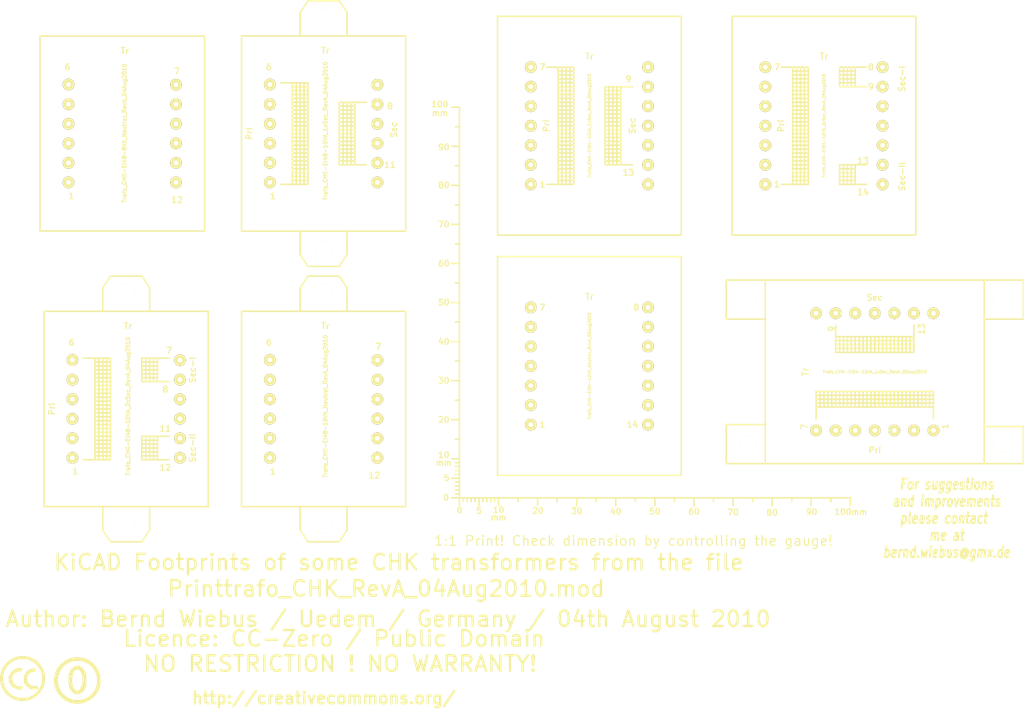
<source format=kicad_pcb>
(kicad_pcb (version 3) (host pcbnew "(2013-03-30 BZR 4007)-stable")

  (general
    (links 0)
    (no_connects 0)
    (area -16.90696 15.4716 280.993481 197.1694)
    (thickness 1.6002)
    (drawings 7)
    (tracks 0)
    (zones 0)
    (modules 11)
    (nets 1)
  )

  (page A4)
  (layers
    (15 Vorderseite signal)
    (0 Rückseite signal)
    (16 B.Adhes user)
    (17 F.Adhes user)
    (18 B.Paste user)
    (19 F.Paste user)
    (20 B.SilkS user)
    (21 F.SilkS user)
    (22 B.Mask user)
    (23 F.Mask user)
    (24 Dwgs.User user)
    (25 Cmts.User user)
    (26 Eco1.User user)
    (27 Eco2.User user)
    (28 Edge.Cuts user)
  )

  (setup
    (last_trace_width 0.2032)
    (trace_clearance 0.254)
    (zone_clearance 0.508)
    (zone_45_only no)
    (trace_min 0.2032)
    (segment_width 0.381)
    (edge_width 0.381)
    (via_size 0.889)
    (via_drill 0.635)
    (via_min_size 0.889)
    (via_min_drill 0.508)
    (uvia_size 0.508)
    (uvia_drill 0.127)
    (uvias_allowed no)
    (uvia_min_size 0.508)
    (uvia_min_drill 0.127)
    (pcb_text_width 0.3048)
    (pcb_text_size 1.524 2.032)
    (mod_edge_width 0.381)
    (mod_text_size 1.524 1.524)
    (mod_text_width 0.3048)
    (pad_size 2.99974 2.99974)
    (pad_drill 2.99974)
    (pad_to_mask_clearance 0.254)
    (aux_axis_origin 0 0)
    (visible_elements 7FFFFFFF)
    (pcbplotparams
      (layerselection 3178497)
      (usegerberextensions true)
      (excludeedgelayer true)
      (linewidth 60)
      (plotframeref false)
      (viasonmask false)
      (mode 1)
      (useauxorigin false)
      (hpglpennumber 1)
      (hpglpenspeed 20)
      (hpglpendiameter 15)
      (hpglpenoverlay 0)
      (psnegative false)
      (psa4output false)
      (plotreference true)
      (plotvalue true)
      (plotothertext true)
      (plotinvisibletext false)
      (padsonsilk false)
      (subtractmaskfromsilk false)
      (outputformat 1)
      (mirror false)
      (drillshape 1)
      (scaleselection 1)
      (outputdirectory ""))
  )

  (net 0 "")

  (net_class Default "Dies ist die voreingestellte Netzklasse."
    (clearance 0.254)
    (trace_width 0.2032)
    (via_dia 0.889)
    (via_drill 0.635)
    (uvia_dia 0.508)
    (uvia_drill 0.127)
    (add_net "")
  )

  (module Gauge_100mm_Type2_SilkScreenTop_RevA_Date22Jun2010 (layer Vorderseite) (tedit 4D963937) (tstamp 4D88F07A)
    (at 132.75056 141.2494)
    (descr "Gauge, Massstab, 100mm, SilkScreenTop, Type 2,")
    (tags "Gauge, Massstab, 100mm, SilkScreenTop, Type 2,")
    (path Gauge_100mm_Type2_SilkScreenTop_RevA_Date22Jun2010)
    (fp_text reference MSC (at 4.0005 8.99922) (layer F.SilkS) hide
      (effects (font (size 1.524 1.524) (thickness 0.3048)))
    )
    (fp_text value Gauge_100mm_Type2_SilkScreenTop_RevA_Date22Jun2010 (at 45.9994 8.99922) (layer F.SilkS) hide
      (effects (font (size 1.524 1.524) (thickness 0.3048)))
    )
    (fp_text user mm (at 9.99998 5.00126) (layer F.SilkS)
      (effects (font (size 1.524 1.524) (thickness 0.3048)))
    )
    (fp_text user mm (at -4.0005 -8.99922) (layer F.SilkS)
      (effects (font (size 1.524 1.524) (thickness 0.3048)))
    )
    (fp_text user mm (at -5.00126 -98.5012) (layer F.SilkS)
      (effects (font (size 1.524 1.524) (thickness 0.3048)))
    )
    (fp_text user 10 (at 10.00506 3.0988) (layer F.SilkS)
      (effects (font (size 1.50114 1.50114) (thickness 0.29972)))
    )
    (fp_text user 0 (at 0.00508 3.19786) (layer F.SilkS)
      (effects (font (size 1.39954 1.50114) (thickness 0.29972)))
    )
    (fp_text user 5 (at 5.0038 3.29946) (layer F.SilkS)
      (effects (font (size 1.50114 1.50114) (thickness 0.29972)))
    )
    (fp_text user 20 (at 20.1041 3.29946) (layer F.SilkS)
      (effects (font (size 1.50114 1.50114) (thickness 0.29972)))
    )
    (fp_text user 30 (at 30.00502 3.39852) (layer F.SilkS)
      (effects (font (size 1.50114 1.50114) (thickness 0.29972)))
    )
    (fp_text user 40 (at 40.005 3.50012) (layer F.SilkS)
      (effects (font (size 1.50114 1.50114) (thickness 0.29972)))
    )
    (fp_text user 50 (at 50.00498 3.50012) (layer F.SilkS)
      (effects (font (size 1.50114 1.50114) (thickness 0.29972)))
    )
    (fp_text user 60 (at 60.00496 3.50012) (layer F.SilkS)
      (effects (font (size 1.50114 1.50114) (thickness 0.29972)))
    )
    (fp_text user 70 (at 70.00494 3.70078) (layer F.SilkS)
      (effects (font (size 1.50114 1.50114) (thickness 0.29972)))
    )
    (fp_text user 80 (at 80.00492 3.79984) (layer F.SilkS)
      (effects (font (size 1.50114 1.50114) (thickness 0.29972)))
    )
    (fp_text user 90 (at 90.1065 3.60172) (layer F.SilkS)
      (effects (font (size 1.50114 1.50114) (thickness 0.29972)))
    )
    (fp_text user 100mm (at 100.10648 3.60172) (layer F.SilkS)
      (effects (font (size 1.50114 1.50114) (thickness 0.29972)))
    )
    (fp_line (start 0 -8.99922) (end -1.00076 -8.99922) (layer F.SilkS) (width 0.381))
    (fp_line (start 0 -8.001) (end -1.00076 -8.001) (layer F.SilkS) (width 0.381))
    (fp_line (start 0 -7.00024) (end -1.00076 -7.00024) (layer F.SilkS) (width 0.381))
    (fp_line (start 0 -5.99948) (end -1.00076 -5.99948) (layer F.SilkS) (width 0.381))
    (fp_line (start 0 -4.0005) (end -1.00076 -4.0005) (layer F.SilkS) (width 0.381))
    (fp_line (start 0 -2.99974) (end -1.00076 -2.99974) (layer F.SilkS) (width 0.381))
    (fp_line (start 0 -1.99898) (end -1.00076 -1.99898) (layer F.SilkS) (width 0.381))
    (fp_line (start 0 -1.00076) (end -1.00076 -1.00076) (layer F.SilkS) (width 0.381))
    (fp_line (start 0 0) (end -1.99898 0) (layer F.SilkS) (width 0.381))
    (fp_line (start 0 -5.00126) (end -1.99898 -5.00126) (layer F.SilkS) (width 0.381))
    (fp_line (start 0 -9.99998) (end -1.99898 -9.99998) (layer F.SilkS) (width 0.381))
    (fp_line (start 0 -15.00124) (end -1.00076 -15.00124) (layer F.SilkS) (width 0.381))
    (fp_line (start 0 -19.99996) (end -1.99898 -19.99996) (layer F.SilkS) (width 0.381))
    (fp_line (start 0 -25.00122) (end -1.00076 -25.00122) (layer F.SilkS) (width 0.381))
    (fp_line (start 0 -29.99994) (end -1.99898 -29.99994) (layer F.SilkS) (width 0.381))
    (fp_line (start 0 -35.0012) (end -1.00076 -35.0012) (layer F.SilkS) (width 0.381))
    (fp_line (start 0 -39.99992) (end -1.99898 -39.99992) (layer F.SilkS) (width 0.381))
    (fp_line (start 0 -45.00118) (end -1.00076 -45.00118) (layer F.SilkS) (width 0.381))
    (fp_line (start 0 -49.9999) (end -1.99898 -49.9999) (layer F.SilkS) (width 0.381))
    (fp_line (start 0 -55.00116) (end -1.00076 -55.00116) (layer F.SilkS) (width 0.381))
    (fp_line (start 0 -59.99988) (end -1.99898 -59.99988) (layer F.SilkS) (width 0.381))
    (fp_line (start 0 -65.00114) (end -1.00076 -65.00114) (layer F.SilkS) (width 0.381))
    (fp_line (start 0 -69.99986) (end -1.99898 -69.99986) (layer F.SilkS) (width 0.381))
    (fp_line (start 0 -75.00112) (end -1.00076 -75.00112) (layer F.SilkS) (width 0.381))
    (fp_line (start 0 -79.99984) (end -1.99898 -79.99984) (layer F.SilkS) (width 0.381))
    (fp_line (start 0 -85.0011) (end -1.00076 -85.0011) (layer F.SilkS) (width 0.381))
    (fp_line (start 0 -89.99982) (end -1.99898 -89.99982) (layer F.SilkS) (width 0.381))
    (fp_line (start 0 -95.00108) (end -1.00076 -95.00108) (layer F.SilkS) (width 0.381))
    (fp_line (start 0 0) (end 0 -99.9998) (layer F.SilkS) (width 0.381))
    (fp_line (start 0 -99.9998) (end -1.99898 -99.9998) (layer F.SilkS) (width 0.381))
    (fp_text user 100 (at -4.99872 -100.7491) (layer F.SilkS)
      (effects (font (size 1.50114 1.50114) (thickness 0.29972)))
    )
    (fp_text user 90 (at -4.0005 -89.7509) (layer F.SilkS)
      (effects (font (size 1.50114 1.50114) (thickness 0.29972)))
    )
    (fp_text user 80 (at -4.0005 -79.99984) (layer F.SilkS)
      (effects (font (size 1.50114 1.50114) (thickness 0.29972)))
    )
    (fp_text user 70 (at -4.0005 -69.99986) (layer F.SilkS)
      (effects (font (size 1.50114 1.50114) (thickness 0.29972)))
    )
    (fp_text user 60 (at -4.0005 -59.99988) (layer F.SilkS)
      (effects (font (size 1.50114 1.50114) (thickness 0.29972)))
    )
    (fp_text user 50 (at -4.0005 -49.9999) (layer F.SilkS)
      (effects (font (size 1.50114 1.50114) (thickness 0.34036)))
    )
    (fp_text user 40 (at -4.0005 -39.99992) (layer F.SilkS)
      (effects (font (size 1.50114 1.50114) (thickness 0.29972)))
    )
    (fp_text user 30 (at -4.0005 -29.99994) (layer F.SilkS)
      (effects (font (size 1.50114 1.50114) (thickness 0.29972)))
    )
    (fp_text user 20 (at -4.0005 -19.99996) (layer F.SilkS)
      (effects (font (size 1.50114 1.50114) (thickness 0.29972)))
    )
    (fp_line (start 95.00108 0) (end 95.00108 1.00076) (layer F.SilkS) (width 0.381))
    (fp_line (start 89.99982 0) (end 89.99982 1.99898) (layer F.SilkS) (width 0.381))
    (fp_line (start 85.0011 0) (end 85.0011 1.00076) (layer F.SilkS) (width 0.381))
    (fp_line (start 79.99984 0) (end 79.99984 1.99898) (layer F.SilkS) (width 0.381))
    (fp_line (start 75.00112 0) (end 75.00112 1.00076) (layer F.SilkS) (width 0.381))
    (fp_line (start 69.99986 0) (end 69.99986 1.99898) (layer F.SilkS) (width 0.381))
    (fp_line (start 65.00114 0) (end 65.00114 1.00076) (layer F.SilkS) (width 0.381))
    (fp_line (start 59.99988 0) (end 59.99988 1.99898) (layer F.SilkS) (width 0.381))
    (fp_line (start 55.00116 0) (end 55.00116 1.00076) (layer F.SilkS) (width 0.381))
    (fp_line (start 49.9999 0) (end 49.9999 1.99898) (layer F.SilkS) (width 0.381))
    (fp_line (start 45.00118 0) (end 45.00118 1.00076) (layer F.SilkS) (width 0.381))
    (fp_line (start 39.99992 0) (end 39.99992 1.99898) (layer F.SilkS) (width 0.381))
    (fp_line (start 35.0012 0) (end 35.0012 1.00076) (layer F.SilkS) (width 0.381))
    (fp_line (start 29.99994 0) (end 29.99994 1.99898) (layer F.SilkS) (width 0.381))
    (fp_line (start 25.00122 0) (end 25.00122 1.00076) (layer F.SilkS) (width 0.381))
    (fp_line (start 19.99996 0) (end 19.99996 1.99898) (layer F.SilkS) (width 0.381))
    (fp_line (start 15.00124 0) (end 15.00124 1.00076) (layer F.SilkS) (width 0.381))
    (fp_line (start 9.99998 0) (end 99.9998 0) (layer F.SilkS) (width 0.381))
    (fp_line (start 99.9998 0) (end 99.9998 1.99898) (layer F.SilkS) (width 0.381))
    (fp_text user 5 (at -3.302 -5.10286) (layer F.SilkS)
      (effects (font (size 1.50114 1.50114) (thickness 0.29972)))
    )
    (fp_text user 0 (at -3.4036 -0.10414) (layer F.SilkS)
      (effects (font (size 1.50114 1.50114) (thickness 0.29972)))
    )
    (fp_text user 10 (at -4.0005 -11.00074) (layer F.SilkS)
      (effects (font (size 1.50114 1.50114) (thickness 0.29972)))
    )
    (fp_line (start 8.99922 0) (end 8.99922 1.00076) (layer F.SilkS) (width 0.381))
    (fp_line (start 8.001 0) (end 8.001 1.00076) (layer F.SilkS) (width 0.381))
    (fp_line (start 7.00024 0) (end 7.00024 1.00076) (layer F.SilkS) (width 0.381))
    (fp_line (start 5.99948 0) (end 5.99948 1.00076) (layer F.SilkS) (width 0.381))
    (fp_line (start 4.0005 0) (end 4.0005 1.00076) (layer F.SilkS) (width 0.381))
    (fp_line (start 2.99974 0) (end 2.99974 1.00076) (layer F.SilkS) (width 0.381))
    (fp_line (start 1.99898 0) (end 1.99898 1.00076) (layer F.SilkS) (width 0.381))
    (fp_line (start 1.00076 0) (end 1.00076 1.00076) (layer F.SilkS) (width 0.381))
    (fp_line (start 5.00126 0) (end 5.00126 1.99898) (layer F.SilkS) (width 0.381))
    (fp_line (start 0 0) (end 0 1.99898) (layer F.SilkS) (width 0.381))
    (fp_line (start 0 0) (end 9.99998 0) (layer F.SilkS) (width 0.381))
    (fp_line (start 9.99998 0) (end 9.99998 1.99898) (layer F.SilkS) (width 0.381))
  )

  (module Symbol_CC-PublicDomain_SilkScreenTop_Big (layer Vorderseite) (tedit 515D641F) (tstamp 515F0B64)
    (at 35 188)
    (descr "Symbol, CC-PublicDomain, SilkScreen Top, Big,")
    (tags "Symbol, CC-PublicDomain, SilkScreen Top, Big,")
    (path Symbol_CC-Noncommercial_CopperTop_Big)
    (fp_text reference Sym (at 0.59944 -7.29996) (layer F.SilkS) hide
      (effects (font (size 1.524 1.524) (thickness 0.3048)))
    )
    (fp_text value Symbol_CC-PublicDomain_SilkScreenTop_Big (at 0.59944 8.001) (layer F.SilkS) hide
      (effects (font (size 1.524 1.524) (thickness 0.3048)))
    )
    (fp_circle (center 0 0) (end 5.8 -0.05) (layer F.SilkS) (width 0.381))
    (fp_circle (center 0 0) (end 5.5 0) (layer F.SilkS) (width 0.381))
    (fp_circle (center 0.05 0) (end 5.25 0) (layer F.SilkS) (width 0.381))
    (fp_line (start 1.1 -2.5) (end 1.4 -1.9) (layer F.SilkS) (width 0.381))
    (fp_line (start -1.8 1.2) (end -1.6 1.9) (layer F.SilkS) (width 0.381))
    (fp_line (start -1.6 1.9) (end -1.2 2.5) (layer F.SilkS) (width 0.381))
    (fp_line (start 0 -3) (end 0.75 -2.75) (layer F.SilkS) (width 0.381))
    (fp_line (start 0.75 -2.75) (end 1 -2.25) (layer F.SilkS) (width 0.381))
    (fp_line (start 1 -2.25) (end 1.5 -1) (layer F.SilkS) (width 0.381))
    (fp_line (start 1.5 -1) (end 1.5 -0.5) (layer F.SilkS) (width 0.381))
    (fp_line (start 1.5 -0.5) (end 1.5 0.5) (layer F.SilkS) (width 0.381))
    (fp_line (start 1.5 0.5) (end 1.25 1.5) (layer F.SilkS) (width 0.381))
    (fp_line (start 1.25 1.5) (end 0.75 2.5) (layer F.SilkS) (width 0.381))
    (fp_line (start 0.75 2.5) (end 0.25 2.75) (layer F.SilkS) (width 0.381))
    (fp_line (start 0.25 2.75) (end -0.25 2.75) (layer F.SilkS) (width 0.381))
    (fp_line (start -0.25 2.75) (end -0.75 2.5) (layer F.SilkS) (width 0.381))
    (fp_line (start -0.75 2.5) (end -1.25 1.75) (layer F.SilkS) (width 0.381))
    (fp_line (start -1.25 1.75) (end -1.5 0.75) (layer F.SilkS) (width 0.381))
    (fp_line (start -1.5 0.75) (end -1.5 -0.75) (layer F.SilkS) (width 0.381))
    (fp_line (start -1.5 -0.75) (end -1.25 -1.75) (layer F.SilkS) (width 0.381))
    (fp_line (start -1.25 -1.75) (end -1 -2.5) (layer F.SilkS) (width 0.381))
    (fp_line (start -1 -2.5) (end -0.3 -2.9) (layer F.SilkS) (width 0.381))
    (fp_line (start -0.3 -2.9) (end 0.2 -3) (layer F.SilkS) (width 0.381))
    (fp_line (start 0.2 -3) (end 0.8 -3) (layer F.SilkS) (width 0.381))
    (fp_line (start 0.8 -3) (end 1.4 -2.3) (layer F.SilkS) (width 0.381))
    (fp_line (start 1.4 -2.3) (end 1.6 -1.4) (layer F.SilkS) (width 0.381))
    (fp_line (start 1.6 -1.4) (end 1.7 -0.3) (layer F.SilkS) (width 0.381))
    (fp_line (start 1.7 -0.3) (end 1.7 0.9) (layer F.SilkS) (width 0.381))
    (fp_line (start 1.7 0.9) (end 1.4 1.8) (layer F.SilkS) (width 0.381))
    (fp_line (start 1.4 1.8) (end 1 2.7) (layer F.SilkS) (width 0.381))
    (fp_line (start 1 2.7) (end 0.5 3) (layer F.SilkS) (width 0.381))
    (fp_line (start 0.5 3) (end -0.4 3) (layer F.SilkS) (width 0.381))
    (fp_line (start -0.4 3) (end -1.3 2.3) (layer F.SilkS) (width 0.381))
    (fp_line (start -1.3 2.3) (end -1.7 1) (layer F.SilkS) (width 0.381))
    (fp_line (start -1.7 1) (end -1.8 -0.7) (layer F.SilkS) (width 0.381))
    (fp_line (start -1.8 -0.7) (end -1.4 -2.2) (layer F.SilkS) (width 0.381))
    (fp_line (start -1.4 -2.2) (end -1 -2.9) (layer F.SilkS) (width 0.381))
    (fp_line (start -1 -2.9) (end -0.2 -3.3) (layer F.SilkS) (width 0.381))
    (fp_line (start -0.2 -3.3) (end 0.7 -3.2) (layer F.SilkS) (width 0.381))
    (fp_line (start 0.7 -3.2) (end 1.3 -3.1) (layer F.SilkS) (width 0.381))
    (fp_line (start 1.3 -3.1) (end 1.7 -2.4) (layer F.SilkS) (width 0.381))
    (fp_line (start 1.7 -2.4) (end 2 -1.6) (layer F.SilkS) (width 0.381))
    (fp_line (start 2 -1.6) (end 2.1 -0.6) (layer F.SilkS) (width 0.381))
    (fp_line (start 2.1 -0.6) (end 2.1 0.3) (layer F.SilkS) (width 0.381))
    (fp_line (start 2.1 0.3) (end 2.1 1.3) (layer F.SilkS) (width 0.381))
    (fp_line (start 2.1 1.3) (end 1.9 1.8) (layer F.SilkS) (width 0.381))
    (fp_line (start 1.9 1.8) (end 1.5 2.6) (layer F.SilkS) (width 0.381))
    (fp_line (start 1.5 2.6) (end 1.1 3) (layer F.SilkS) (width 0.381))
    (fp_line (start 1.1 3) (end 0.4 3.3) (layer F.SilkS) (width 0.381))
    (fp_line (start 0.4 3.3) (end -0.1 3.4) (layer F.SilkS) (width 0.381))
    (fp_line (start -0.1 3.4) (end -0.8 3.2) (layer F.SilkS) (width 0.381))
    (fp_line (start -0.8 3.2) (end -1.5 2.6) (layer F.SilkS) (width 0.381))
    (fp_line (start -1.5 2.6) (end -1.9 1.7) (layer F.SilkS) (width 0.381))
    (fp_line (start -1.9 1.7) (end -2.1 0.4) (layer F.SilkS) (width 0.381))
    (fp_line (start -2.1 0.4) (end -2.1 -0.6) (layer F.SilkS) (width 0.381))
    (fp_line (start -2.1 -0.6) (end -2 -1.6) (layer F.SilkS) (width 0.381))
    (fp_line (start -2 -1.6) (end -1.7 -2.4) (layer F.SilkS) (width 0.381))
    (fp_line (start -1.7 -2.4) (end -1.2 -3.1) (layer F.SilkS) (width 0.381))
    (fp_line (start -1.2 -3.1) (end -0.4 -3.6) (layer F.SilkS) (width 0.381))
    (fp_line (start -0.4 -3.6) (end 0.4 -3.6) (layer F.SilkS) (width 0.381))
    (fp_line (start 0.4 -3.6) (end 1.1 -3.2) (layer F.SilkS) (width 0.381))
    (fp_line (start 1.1 -3.2) (end 1.1 -2.9) (layer F.SilkS) (width 0.381))
    (fp_line (start 1.1 -2.9) (end 1.8 -1.5) (layer F.SilkS) (width 0.381))
    (fp_line (start 1.8 -1.5) (end 1.8 -0.4) (layer F.SilkS) (width 0.381))
    (fp_line (start 1.8 -0.4) (end 1.8 1.1) (layer F.SilkS) (width 0.381))
    (fp_line (start 1.8 1.1) (end 1.2 2.6) (layer F.SilkS) (width 0.381))
    (fp_line (start 1.2 2.6) (end 0.2 3.2) (layer F.SilkS) (width 0.381))
    (fp_line (start 0.2 3.2) (end -0.5 3.2) (layer F.SilkS) (width 0.381))
    (fp_line (start -0.5 3.2) (end -1.1 2.7) (layer F.SilkS) (width 0.381))
    (fp_line (start -1.1 2.7) (end -1.9 0.6) (layer F.SilkS) (width 0.381))
    (fp_line (start -1.9 0.6) (end -1.7 -1.9) (layer F.SilkS) (width 0.381))
  )

  (module Symbol_CreativeCommons_SilkScreenTop_Type2_Big (layer Vorderseite) (tedit 515D640C) (tstamp 515F46B2)
    (at 21 187.5)
    (descr "Symbol, Creative Commons, SilkScreen Top, Type 2, Big,")
    (tags "Symbol, Creative Commons, SilkScreen Top, Type 2, Big,")
    (path Symbol_CreativeCommons_CopperTop_Type2_Big)
    (fp_text reference Sym (at 0.59944 -7.29996) (layer F.SilkS) hide
      (effects (font (size 1.524 1.524) (thickness 0.3048)))
    )
    (fp_text value Symbol_CreativeCommons_Typ2_SilkScreenTop_Big (at 0.59944 8.001) (layer F.SilkS) hide
      (effects (font (size 1.524 1.524) (thickness 0.3048)))
    )
    (fp_line (start -0.70104 2.70002) (end -0.29972 2.60096) (layer F.SilkS) (width 0.381))
    (fp_line (start -0.29972 2.60096) (end -0.20066 2.10058) (layer F.SilkS) (width 0.381))
    (fp_line (start -2.49936 -1.69926) (end -2.70002 -1.6002) (layer F.SilkS) (width 0.381))
    (fp_line (start -2.70002 -1.6002) (end -3.0988 -1.00076) (layer F.SilkS) (width 0.381))
    (fp_line (start -3.0988 -1.00076) (end -3.29946 -0.50038) (layer F.SilkS) (width 0.381))
    (fp_line (start -3.29946 -0.50038) (end -3.40106 0.39878) (layer F.SilkS) (width 0.381))
    (fp_line (start -3.40106 0.39878) (end -3.29946 0.89916) (layer F.SilkS) (width 0.381))
    (fp_line (start -0.19812 2.4003) (end -0.29718 2.59842) (layer F.SilkS) (width 0.381))
    (fp_line (start 3.70078 2.10058) (end 3.79984 2.4003) (layer F.SilkS) (width 0.381))
    (fp_line (start 2.99974 -2.4003) (end 3.29946 -2.30124) (layer F.SilkS) (width 0.381))
    (fp_line (start 3.29946 -2.30124) (end 3.0988 -1.99898) (layer F.SilkS) (width 0.381))
    (fp_line (start 0 -5.40004) (end -0.50038 -5.40004) (layer F.SilkS) (width 0.381))
    (fp_line (start -0.50038 -5.40004) (end -1.30048 -5.10032) (layer F.SilkS) (width 0.381))
    (fp_line (start -1.30048 -5.10032) (end -1.99898 -4.89966) (layer F.SilkS) (width 0.381))
    (fp_line (start -1.99898 -4.89966) (end -2.70002 -4.699) (layer F.SilkS) (width 0.381))
    (fp_line (start -2.70002 -4.699) (end -3.29946 -4.20116) (layer F.SilkS) (width 0.381))
    (fp_line (start -3.29946 -4.20116) (end -4.0005 -3.59918) (layer F.SilkS) (width 0.381))
    (fp_line (start -4.0005 -3.59918) (end -4.50088 -2.99974) (layer F.SilkS) (width 0.381))
    (fp_line (start -4.50088 -2.99974) (end -5.00126 -2.10058) (layer F.SilkS) (width 0.381))
    (fp_line (start -5.00126 -2.10058) (end -5.30098 -1.09982) (layer F.SilkS) (width 0.381))
    (fp_line (start -5.30098 -1.09982) (end -5.40004 0.09906) (layer F.SilkS) (width 0.381))
    (fp_line (start -5.40004 0.09906) (end -5.19938 1.30048) (layer F.SilkS) (width 0.381))
    (fp_line (start -5.19938 1.30048) (end -4.8006 2.4003) (layer F.SilkS) (width 0.381))
    (fp_line (start -4.8006 2.4003) (end -3.79984 3.8989) (layer F.SilkS) (width 0.381))
    (fp_line (start -3.79984 3.8989) (end -2.60096 4.8006) (layer F.SilkS) (width 0.381))
    (fp_line (start -2.60096 4.8006) (end -1.30048 5.30098) (layer F.SilkS) (width 0.381))
    (fp_line (start -1.30048 5.30098) (end 0.09906 5.30098) (layer F.SilkS) (width 0.381))
    (fp_line (start 0.09906 5.30098) (end 1.6002 5.19938) (layer F.SilkS) (width 0.381))
    (fp_line (start 1.6002 5.19938) (end 2.60096 4.699) (layer F.SilkS) (width 0.381))
    (fp_line (start 2.60096 4.699) (end 4.20116 3.40106) (layer F.SilkS) (width 0.381))
    (fp_line (start 4.20116 3.40106) (end 5.00126 1.80086) (layer F.SilkS) (width 0.381))
    (fp_line (start 5.00126 1.80086) (end 5.40004 0.29972) (layer F.SilkS) (width 0.381))
    (fp_line (start 5.40004 0.29972) (end 5.19938 -1.39954) (layer F.SilkS) (width 0.381))
    (fp_line (start 5.19938 -1.39954) (end 4.699 -2.49936) (layer F.SilkS) (width 0.381))
    (fp_line (start 4.699 -2.49936) (end 3.40106 -4.09956) (layer F.SilkS) (width 0.381))
    (fp_line (start 3.40106 -4.09956) (end 2.4003 -4.8006) (layer F.SilkS) (width 0.381))
    (fp_line (start 2.4003 -4.8006) (end 1.39954 -5.19938) (layer F.SilkS) (width 0.381))
    (fp_line (start 1.39954 -5.19938) (end 0 -5.30098) (layer F.SilkS) (width 0.381))
    (fp_line (start 0.60198 -0.70104) (end 0.50292 -0.20066) (layer F.SilkS) (width 0.381))
    (fp_line (start 0.50292 -0.20066) (end 0.50292 0.49784) (layer F.SilkS) (width 0.381))
    (fp_line (start 0.50292 0.49784) (end 0.60198 1.09982) (layer F.SilkS) (width 0.381))
    (fp_line (start 0.60198 1.09982) (end 1.00076 1.69926) (layer F.SilkS) (width 0.381))
    (fp_line (start 1.00076 1.69926) (end 1.50114 2.19964) (layer F.SilkS) (width 0.381))
    (fp_line (start 1.50114 2.19964) (end 2.10058 2.49936) (layer F.SilkS) (width 0.381))
    (fp_line (start 2.10058 2.49936) (end 2.60096 2.59842) (layer F.SilkS) (width 0.381))
    (fp_line (start 2.60096 2.59842) (end 3.00228 2.59842) (layer F.SilkS) (width 0.381))
    (fp_line (start 3.00228 2.59842) (end 3.40106 2.59842) (layer F.SilkS) (width 0.381))
    (fp_line (start 3.40106 2.59842) (end 3.80238 2.49936) (layer F.SilkS) (width 0.381))
    (fp_line (start 3.80238 2.49936) (end 3.70078 2.2987) (layer F.SilkS) (width 0.381))
    (fp_line (start 3.70078 2.2987) (end 2.80162 2.4003) (layer F.SilkS) (width 0.381))
    (fp_line (start 2.80162 2.4003) (end 1.80086 2.09804) (layer F.SilkS) (width 0.381))
    (fp_line (start 1.80086 2.09804) (end 1.20142 1.6002) (layer F.SilkS) (width 0.381))
    (fp_line (start 1.20142 1.6002) (end 0.80264 0.6985) (layer F.SilkS) (width 0.381))
    (fp_line (start 0.80264 0.6985) (end 0.70104 -0.29972) (layer F.SilkS) (width 0.381))
    (fp_line (start 0.70104 -0.29972) (end 1.00076 -1.00076) (layer F.SilkS) (width 0.381))
    (fp_line (start 1.00076 -1.00076) (end 1.60274 -1.7018) (layer F.SilkS) (width 0.381))
    (fp_line (start 1.60274 -1.7018) (end 2.30124 -2.10058) (layer F.SilkS) (width 0.381))
    (fp_line (start 2.30124 -2.10058) (end 3.00228 -2.10058) (layer F.SilkS) (width 0.381))
    (fp_line (start 3.00228 -2.10058) (end 3.10134 -1.89992) (layer F.SilkS) (width 0.381))
    (fp_line (start 3.10134 -1.89992) (end 2.5019 -1.89992) (layer F.SilkS) (width 0.381))
    (fp_line (start 2.5019 -1.89992) (end 1.80086 -1.6002) (layer F.SilkS) (width 0.381))
    (fp_line (start 1.80086 -1.6002) (end 1.30048 -1.00076) (layer F.SilkS) (width 0.381))
    (fp_line (start 1.30048 -1.00076) (end 1.00076 -0.40132) (layer F.SilkS) (width 0.381))
    (fp_line (start 1.00076 -0.40132) (end 1.00076 0.09906) (layer F.SilkS) (width 0.381))
    (fp_line (start 1.00076 0.09906) (end 1.00076 0.6985) (layer F.SilkS) (width 0.381))
    (fp_line (start 1.00076 0.6985) (end 1.30048 1.19888) (layer F.SilkS) (width 0.381))
    (fp_line (start 1.30048 1.19888) (end 1.7018 1.69926) (layer F.SilkS) (width 0.381))
    (fp_line (start 1.7018 1.69926) (end 2.30124 1.99898) (layer F.SilkS) (width 0.381))
    (fp_line (start 2.30124 1.99898) (end 2.90068 2.09804) (layer F.SilkS) (width 0.381))
    (fp_line (start 2.90068 2.09804) (end 3.40106 2.09804) (layer F.SilkS) (width 0.381))
    (fp_line (start 3.40106 2.09804) (end 3.70078 1.99898) (layer F.SilkS) (width 0.381))
    (fp_line (start 3.00228 -2.4003) (end 2.40284 -2.4003) (layer F.SilkS) (width 0.381))
    (fp_line (start 2.40284 -2.4003) (end 2.00152 -2.20218) (layer F.SilkS) (width 0.381))
    (fp_line (start 2.00152 -2.20218) (end 1.50114 -2.00152) (layer F.SilkS) (width 0.381))
    (fp_line (start 1.50114 -2.00152) (end 1.10236 -1.6002) (layer F.SilkS) (width 0.381))
    (fp_line (start 1.10236 -1.6002) (end 0.80264 -1.09982) (layer F.SilkS) (width 0.381))
    (fp_line (start 0.80264 -1.09982) (end 0.60198 -0.70104) (layer F.SilkS) (width 0.381))
    (fp_line (start -0.39878 -1.99898) (end -0.89916 -1.99898) (layer F.SilkS) (width 0.381))
    (fp_line (start -0.89916 -1.99898) (end -1.39954 -1.89738) (layer F.SilkS) (width 0.381))
    (fp_line (start -1.39954 -1.89738) (end -1.89992 -1.59766) (layer F.SilkS) (width 0.381))
    (fp_line (start -1.89992 -1.59766) (end -2.4003 -1.19888) (layer F.SilkS) (width 0.381))
    (fp_line (start -2.4003 -1.30048) (end -2.70002 -0.8001) (layer F.SilkS) (width 0.381))
    (fp_line (start -2.70002 -0.8001) (end -2.79908 -0.29972) (layer F.SilkS) (width 0.381))
    (fp_line (start -2.79908 -0.29972) (end -2.79908 0.20066) (layer F.SilkS) (width 0.381))
    (fp_line (start -2.79908 0.20066) (end -2.59842 1.00076) (layer F.SilkS) (width 0.381))
    (fp_line (start -2.69748 1.00076) (end -2.39776 1.39954) (layer F.SilkS) (width 0.381))
    (fp_line (start -2.29616 1.4986) (end -1.79578 1.89992) (layer F.SilkS) (width 0.381))
    (fp_line (start -1.79578 1.89992) (end -1.29794 2.09804) (layer F.SilkS) (width 0.381))
    (fp_line (start -1.29794 2.09804) (end -0.89662 2.19964) (layer F.SilkS) (width 0.381))
    (fp_line (start -0.89662 2.19964) (end -0.49784 2.19964) (layer F.SilkS) (width 0.381))
    (fp_line (start -0.49784 2.19964) (end -0.19812 2.09804) (layer F.SilkS) (width 0.381))
    (fp_line (start -0.19812 2.09804) (end -0.29718 2.4003) (layer F.SilkS) (width 0.381))
    (fp_line (start -0.29718 2.4003) (end -0.89662 2.49936) (layer F.SilkS) (width 0.381))
    (fp_line (start -0.89662 2.49936) (end -1.59766 2.2987) (layer F.SilkS) (width 0.381))
    (fp_line (start -1.59766 2.2987) (end -2.29616 1.79832) (layer F.SilkS) (width 0.381))
    (fp_line (start -2.29616 1.79832) (end -2.79654 1.29794) (layer F.SilkS) (width 0.381))
    (fp_line (start -2.79908 1.39954) (end -2.99974 0.70104) (layer F.SilkS) (width 0.381))
    (fp_line (start -2.99974 0.70104) (end -3.0988 0) (layer F.SilkS) (width 0.381))
    (fp_line (start -3.0988 0) (end -2.99974 -0.59944) (layer F.SilkS) (width 0.381))
    (fp_line (start -2.99974 -0.8001) (end -2.70002 -1.30048) (layer F.SilkS) (width 0.381))
    (fp_line (start -2.70002 -1.09982) (end -2.19964 -1.6002) (layer F.SilkS) (width 0.381))
    (fp_line (start -2.19964 -1.69926) (end -1.69926 -1.99898) (layer F.SilkS) (width 0.381))
    (fp_line (start -1.69926 -1.99898) (end -1.19888 -2.19964) (layer F.SilkS) (width 0.381))
    (fp_line (start -1.19888 -2.19964) (end -0.6985 -2.19964) (layer F.SilkS) (width 0.381))
    (fp_line (start -0.6985 -2.19964) (end -0.29972 -2.19964) (layer F.SilkS) (width 0.381))
    (fp_line (start -0.29972 -2.19964) (end -0.20066 -2.39776) (layer F.SilkS) (width 0.381))
    (fp_line (start -0.20066 -2.39776) (end -0.59944 -2.49936) (layer F.SilkS) (width 0.381))
    (fp_line (start -0.59944 -2.49936) (end -1.00076 -2.49936) (layer F.SilkS) (width 0.381))
    (fp_line (start -1.00076 -2.49936) (end -1.4986 -2.39776) (layer F.SilkS) (width 0.381))
    (fp_line (start -1.4986 -2.39776) (end -2.10058 -2.09804) (layer F.SilkS) (width 0.381))
    (fp_line (start -2.10058 -2.09804) (end -2.59842 -1.69926) (layer F.SilkS) (width 0.381))
    (fp_line (start -2.59842 -1.6002) (end -3.0988 -0.89916) (layer F.SilkS) (width 0.381))
    (fp_line (start -3.0988 -0.89916) (end -3.29946 -0.29972) (layer F.SilkS) (width 0.381))
    (fp_line (start -3.29946 -0.29972) (end -3.29946 0.40132) (layer F.SilkS) (width 0.381))
    (fp_line (start -3.29946 0.40132) (end -3.2004 1.00076) (layer F.SilkS) (width 0.381))
    (fp_line (start -3.29946 0.8001) (end -2.99974 1.39954) (layer F.SilkS) (width 0.381))
    (fp_line (start -2.89814 1.4986) (end -2.49682 1.99898) (layer F.SilkS) (width 0.381))
    (fp_line (start -2.49682 1.99898) (end -1.89738 2.4003) (layer F.SilkS) (width 0.381))
    (fp_line (start -1.89738 2.4003) (end -1.19634 2.59842) (layer F.SilkS) (width 0.381))
    (fp_line (start -1.19634 2.59842) (end -0.69596 2.70002) (layer F.SilkS) (width 0.381))
    (fp_line (start -2.9972 1.19888) (end -2.59842 1.19888) (layer F.SilkS) (width 0.381))
    (fp_circle (center 0 0) (end 5.08 1.016) (layer F.SilkS) (width 0.381))
    (fp_circle (center 0 0) (end 5.588 0) (layer F.SilkS) (width 0.381))
  )

  (module Trafo_CHK-EI48-8VA_Neutral_RevA_04Aug2010 (layer Vorderseite) (tedit 51AF8F45) (tstamp 51AFF39F)
    (at 46.5 48)
    (descr "Trafo, Printtrafo, CHK, EI48, 8VA, neutral,")
    (tags "Trafo, Printtrafo, CHK, EI48, 8VA, neutral,")
    (fp_text reference Tr (at 0.65024 -21.19884) (layer F.SilkS)
      (effects (font (size 1.524 1.524) (thickness 0.3048)))
    )
    (fp_text value Trafo_CHK-EI48-8VA_Neutral_RevA_04Aug2010 (at 0.55118 -0.09906 90) (layer F.SilkS)
      (effects (font (size 1.00076 1.00076) (thickness 0.25019)))
    )
    (fp_text user 12 (at 14.00048 17.00022) (layer F.SilkS)
      (effects (font (size 1.524 1.524) (thickness 0.3048)))
    )
    (fp_text user 7 (at 14.00048 -15.99946) (layer F.SilkS)
      (effects (font (size 1.524 1.524) (thickness 0.3048)))
    )
    (fp_line (start -21.04898 24.95042) (end -21.04898 -24.95042) (layer F.SilkS) (width 0.381))
    (fp_line (start -21.04898 -24.95042) (end 21.04898 -24.95042) (layer F.SilkS) (width 0.381))
    (fp_line (start 21.04898 -24.95042) (end 21.04898 24.95042) (layer F.SilkS) (width 0.381))
    (fp_line (start 21.04898 24.95042) (end -21.04898 24.95042) (layer F.SilkS) (width 0.381))
    (fp_text user 6 (at -14.00048 -17.00022) (layer F.SilkS)
      (effects (font (size 1.524 1.524) (thickness 0.3048)))
    )
    (fp_text user 1 (at -12.99972 15.99946) (layer F.SilkS)
      (effects (font (size 1.524 1.524) (thickness 0.3048)))
    )
    (pad 1 thru_hole circle (at -13.74902 12.49934) (size 2.99974 2.99974) (drill 1.19888)
      (layers *.Cu *.Mask F.SilkS)
    )
    (pad 6 thru_hole circle (at -13.74902 -12.55014) (size 2.99974 2.99974) (drill 1.19888)
      (layers *.Cu *.Mask F.SilkS)
    )
    (pad 7 thru_hole circle (at 13.74902 -12.49934) (size 2.99974 2.99974) (drill 1.19888)
      (layers *.Cu *.Mask F.SilkS)
    )
    (pad 12 thru_hole circle (at 13.74902 12.49934) (size 2.99974 2.99974) (drill 1.19888)
      (layers *.Cu *.Mask F.SilkS)
    )
    (pad 2 thru_hole circle (at -13.74902 7.50062) (size 2.99974 2.99974) (drill 1.19888)
      (layers *.Cu *.Mask F.SilkS)
    )
    (pad 3 thru_hole circle (at -13.74902 2.49936) (size 2.99974 2.99974) (drill 1.19888)
      (layers *.Cu *.Mask F.SilkS)
    )
    (pad 4 thru_hole circle (at -13.74902 -2.49936) (size 2.99974 2.99974) (drill 1.19888)
      (layers *.Cu *.Mask F.SilkS)
    )
    (pad 5 thru_hole circle (at -13.74902 -7.50062) (size 2.99974 2.99974) (drill 1.19888)
      (layers *.Cu *.Mask F.SilkS)
    )
    (pad 11 thru_hole circle (at 13.74902 7.50062) (size 2.99974 2.99974) (drill 1.19888)
      (layers *.Cu *.Mask F.SilkS)
    )
    (pad 10 thru_hole circle (at 13.74902 2.49936) (size 2.99974 2.99974) (drill 1.19888)
      (layers *.Cu *.Mask F.SilkS)
    )
    (pad 9 thru_hole circle (at 13.74902 -2.49936) (size 2.99974 2.99974) (drill 1.19888)
      (layers *.Cu *.Mask F.SilkS)
    )
    (pad 8 thru_hole circle (at 13.74902 -7.50062) (size 2.99974 2.99974) (drill 1.19888)
      (layers *.Cu *.Mask F.SilkS)
    )
  )

  (module Trafo_CHK-EI48-10VA_1xSec_RevA_04Aug2010 (layer Vorderseite) (tedit 51AF8F2C) (tstamp 51B07735)
    (at 98 48)
    (descr "Trafo, Printtrafo, CHK, EI48, 10VA, 1x Sec,")
    (tags "Trafo, Printtrafo, CHK, EI48, 10VA, 1x Sec,")
    (fp_text reference Tr (at 0.44958 -21.24964) (layer F.SilkS)
      (effects (font (size 1.524 1.524) (thickness 0.3048)))
    )
    (fp_text value Trafo_CHK-EI48-10VA_1xSec_RevA_04Aug2010 (at 0.44958 -0.65024 90) (layer F.SilkS)
      (effects (font (size 1.00076 1.00076) (thickness 0.25019)))
    )
    (fp_text user Pri (at -18.9992 0 90) (layer F.SilkS)
      (effects (font (size 1.524 1.524) (thickness 0.3048)))
    )
    (fp_text user Sec (at 18.00098 -1.00076 90) (layer F.SilkS)
      (effects (font (size 1.524 1.524) (thickness 0.3048)))
    )
    (fp_text user 11 (at 17.00022 8.001) (layer F.SilkS)
      (effects (font (size 1.524 1.524) (thickness 0.3048)))
    )
    (fp_text user 8 (at 17.00022 -7.00024) (layer F.SilkS)
      (effects (font (size 1.524 1.524) (thickness 0.3048)))
    )
    (fp_line (start 4.0005 7.00024) (end 8.001 7.00024) (layer F.SilkS) (width 0.381))
    (fp_line (start 4.0005 5.99948) (end 8.001 5.99948) (layer F.SilkS) (width 0.381))
    (fp_line (start 4.0005 5.00126) (end 8.001 5.00126) (layer F.SilkS) (width 0.381))
    (fp_line (start 4.0005 4.0005) (end 8.001 4.0005) (layer F.SilkS) (width 0.381))
    (fp_line (start 4.0005 2.99974) (end 8.001 2.99974) (layer F.SilkS) (width 0.381))
    (fp_line (start 4.0005 1.99898) (end 8.001 1.99898) (layer F.SilkS) (width 0.381))
    (fp_line (start 4.0005 1.00076) (end 8.001 1.00076) (layer F.SilkS) (width 0.381))
    (fp_line (start 4.0005 0) (end 8.001 0) (layer F.SilkS) (width 0.381))
    (fp_line (start 5.00126 -1.99898) (end 4.0005 -1.99898) (layer F.SilkS) (width 0.381))
    (fp_line (start 4.0005 -1.00076) (end 8.001 -1.00076) (layer F.SilkS) (width 0.381))
    (fp_line (start 5.00126 -1.99898) (end 8.001 -1.99898) (layer F.SilkS) (width 0.381))
    (fp_line (start 4.0005 -2.99974) (end 8.001 -2.99974) (layer F.SilkS) (width 0.381))
    (fp_line (start 4.0005 -4.0005) (end 8.001 -4.0005) (layer F.SilkS) (width 0.381))
    (fp_line (start 4.0005 -5.00126) (end 8.001 -5.00126) (layer F.SilkS) (width 0.381))
    (fp_line (start 4.0005 -5.99948) (end 8.001 -5.99948) (layer F.SilkS) (width 0.381))
    (fp_line (start 4.0005 -7.00024) (end 8.001 -7.00024) (layer F.SilkS) (width 0.381))
    (fp_line (start 5.00126 -8.001) (end 4.0005 -8.001) (layer F.SilkS) (width 0.381))
    (fp_line (start 4.0005 -8.001) (end 4.0005 8.001) (layer F.SilkS) (width 0.381))
    (fp_line (start 4.0005 8.001) (end 5.00126 8.001) (layer F.SilkS) (width 0.381))
    (fp_line (start 5.99948 -8.001) (end 5.00126 -8.001) (layer F.SilkS) (width 0.381))
    (fp_line (start 5.00126 -8.001) (end 5.00126 8.001) (layer F.SilkS) (width 0.381))
    (fp_line (start 5.00126 8.001) (end 5.99948 8.001) (layer F.SilkS) (width 0.381))
    (fp_line (start 7.00024 8.001) (end 5.99948 8.001) (layer F.SilkS) (width 0.381))
    (fp_line (start 7.00024 -8.001) (end 5.99948 -8.001) (layer F.SilkS) (width 0.381))
    (fp_line (start 5.99948 -8.001) (end 5.99948 8.001) (layer F.SilkS) (width 0.381))
    (fp_line (start 8.001 -8.001) (end 7.00024 -8.001) (layer F.SilkS) (width 0.381))
    (fp_line (start 7.00024 -8.001) (end 7.00024 8.001) (layer F.SilkS) (width 0.381))
    (fp_line (start 7.00024 8.001) (end 8.001 8.001) (layer F.SilkS) (width 0.381))
    (fp_line (start 11.00074 -8.001) (end 8.001 -8.001) (layer F.SilkS) (width 0.381))
    (fp_line (start 8.001 -8.001) (end 8.001 8.001) (layer F.SilkS) (width 0.381))
    (fp_line (start 8.001 8.001) (end 11.00074 8.001) (layer F.SilkS) (width 0.381))
    (fp_line (start -8.001 11.99896) (end -4.0005 11.99896) (layer F.SilkS) (width 0.381))
    (fp_line (start -7.00024 11.00074) (end -8.001 11.00074) (layer F.SilkS) (width 0.381))
    (fp_line (start -7.00024 11.00074) (end -4.0005 11.00074) (layer F.SilkS) (width 0.381))
    (fp_line (start -8.001 9.99998) (end -4.0005 9.99998) (layer F.SilkS) (width 0.381))
    (fp_line (start -8.001 8.99922) (end -4.0005 8.99922) (layer F.SilkS) (width 0.381))
    (fp_line (start -8.001 8.001) (end -4.0005 8.001) (layer F.SilkS) (width 0.381))
    (fp_line (start -8.001 7.00024) (end -4.0005 7.00024) (layer F.SilkS) (width 0.381))
    (fp_line (start -7.00024 5.99948) (end -8.001 5.99948) (layer F.SilkS) (width 0.381))
    (fp_line (start -7.00024 5.99948) (end -4.0005 5.99948) (layer F.SilkS) (width 0.381))
    (fp_line (start -8.001 5.00126) (end -4.0005 5.00126) (layer F.SilkS) (width 0.381))
    (fp_line (start -8.001 4.0005) (end -4.0005 4.0005) (layer F.SilkS) (width 0.381))
    (fp_line (start -8.001 2.99974) (end -4.0005 2.99974) (layer F.SilkS) (width 0.381))
    (fp_line (start -8.001 1.99898) (end -4.0005 1.99898) (layer F.SilkS) (width 0.381))
    (fp_line (start -8.001 1.00076) (end -4.0005 1.00076) (layer F.SilkS) (width 0.381))
    (fp_line (start -8.001 0) (end -4.0005 0) (layer F.SilkS) (width 0.381))
    (fp_line (start -8.001 -1.00076) (end -4.0005 -1.00076) (layer F.SilkS) (width 0.381))
    (fp_line (start -8.001 -1.99898) (end -4.0005 -1.99898) (layer F.SilkS) (width 0.381))
    (fp_line (start -8.001 -2.99974) (end -4.0005 -2.99974) (layer F.SilkS) (width 0.381))
    (fp_line (start -8.001 -4.0005) (end -4.0005 -4.0005) (layer F.SilkS) (width 0.381))
    (fp_line (start -8.001 -5.00126) (end -4.0005 -5.00126) (layer F.SilkS) (width 0.381))
    (fp_line (start -8.001 -5.99948) (end -4.0005 -5.99948) (layer F.SilkS) (width 0.381))
    (fp_line (start -8.001 -7.00024) (end -4.0005 -7.00024) (layer F.SilkS) (width 0.381))
    (fp_line (start -8.001 -8.001) (end -4.0005 -8.001) (layer F.SilkS) (width 0.381))
    (fp_line (start -8.001 -8.99922) (end -4.0005 -8.99922) (layer F.SilkS) (width 0.381))
    (fp_line (start -8.001 -9.99998) (end -4.0005 -9.99998) (layer F.SilkS) (width 0.381))
    (fp_line (start -8.001 -11.00074) (end -4.0005 -11.00074) (layer F.SilkS) (width 0.381))
    (fp_line (start -8.001 -11.99896) (end -4.0005 -11.99896) (layer F.SilkS) (width 0.381))
    (fp_line (start -5.00126 -12.99972) (end -4.0005 -12.99972) (layer F.SilkS) (width 0.381))
    (fp_line (start -4.0005 -12.99972) (end -4.0005 12.99972) (layer F.SilkS) (width 0.381))
    (fp_line (start -4.0005 12.99972) (end -5.00126 12.99972) (layer F.SilkS) (width 0.381))
    (fp_line (start -5.99948 -12.99972) (end -5.00126 -12.99972) (layer F.SilkS) (width 0.381))
    (fp_line (start -5.00126 -12.99972) (end -5.00126 12.99972) (layer F.SilkS) (width 0.381))
    (fp_line (start -5.00126 12.99972) (end -5.99948 12.99972) (layer F.SilkS) (width 0.381))
    (fp_line (start -7.00024 -12.99972) (end -5.99948 -12.99972) (layer F.SilkS) (width 0.381))
    (fp_line (start -5.99948 -12.99972) (end -5.99948 12.99972) (layer F.SilkS) (width 0.381))
    (fp_line (start -5.99948 12.99972) (end -7.00024 12.99972) (layer F.SilkS) (width 0.381))
    (fp_line (start -8.001 -12.99972) (end -7.00024 -12.99972) (layer F.SilkS) (width 0.381))
    (fp_line (start -7.00024 -12.99972) (end -7.00024 12.99972) (layer F.SilkS) (width 0.381))
    (fp_line (start -7.00024 12.99972) (end -8.001 12.99972) (layer F.SilkS) (width 0.381))
    (fp_line (start -11.00074 12.99972) (end -8.001 12.99972) (layer F.SilkS) (width 0.381))
    (fp_line (start -8.001 12.99972) (end -8.001 -12.99972) (layer F.SilkS) (width 0.381))
    (fp_line (start -8.001 -12.99972) (end -11.00074 -12.99972) (layer F.SilkS) (width 0.381))
    (fp_line (start 5.99948 -25.00122) (end 5.99948 -31.0007) (layer F.SilkS) (width 0.381))
    (fp_line (start 5.99948 -31.0007) (end 4.0005 -34.00044) (layer F.SilkS) (width 0.381))
    (fp_line (start 4.0005 -34.00044) (end -4.0005 -34.00044) (layer F.SilkS) (width 0.381))
    (fp_line (start -4.0005 -34.00044) (end -5.99948 -31.0007) (layer F.SilkS) (width 0.381))
    (fp_line (start -5.99948 -31.0007) (end -5.99948 -25.00122) (layer F.SilkS) (width 0.381))
    (fp_line (start 5.99948 25.00122) (end 5.99948 31.0007) (layer F.SilkS) (width 0.381))
    (fp_line (start 5.99948 31.0007) (end 4.0005 34.00044) (layer F.SilkS) (width 0.381))
    (fp_line (start 4.0005 34.00044) (end -4.0005 34.00044) (layer F.SilkS) (width 0.381))
    (fp_line (start -4.0005 34.00044) (end -5.99948 31.0007) (layer F.SilkS) (width 0.381))
    (fp_line (start -5.99948 31.0007) (end -5.99948 25.00122) (layer F.SilkS) (width 0.381))
    (fp_line (start -21.00072 25.00122) (end 21.00072 25.00122) (layer F.SilkS) (width 0.381))
    (fp_line (start 21.00072 25.00122) (end 21.00072 -25.00122) (layer F.SilkS) (width 0.381))
    (fp_line (start 21.00072 -25.00122) (end -21.00072 -25.00122) (layer F.SilkS) (width 0.381))
    (fp_line (start -21.00072 -25.00122) (end -21.00072 25.00122) (layer F.SilkS) (width 0.381))
    (fp_text user 6 (at -14.00048 -17.00022) (layer F.SilkS)
      (effects (font (size 1.524 1.524) (thickness 0.3048)))
    )
    (fp_text user 1 (at -12.99972 15.99946) (layer F.SilkS)
      (effects (font (size 1.524 1.524) (thickness 0.3048)))
    )
    (pad 1 thru_hole circle (at -13.74902 12.49934) (size 2.99974 2.99974) (drill 1.19888)
      (layers *.Cu *.Mask F.SilkS)
    )
    (pad 6 thru_hole circle (at -13.74902 -12.55014) (size 2.99974 2.99974) (drill 1.19888)
      (layers *.Cu *.Mask F.SilkS)
    )
    (pad 7 thru_hole circle (at 13.74902 -12.49934) (size 2.99974 2.99974) (drill 1.19888)
      (layers *.Cu *.Mask F.SilkS)
    )
    (pad 12 thru_hole circle (at 13.74902 12.49934) (size 2.99974 2.99974) (drill 1.19888)
      (layers *.Cu *.Mask F.SilkS)
    )
    (pad 2 thru_hole circle (at -13.74902 7.50062) (size 2.99974 2.99974) (drill 1.19888)
      (layers *.Cu *.Mask F.SilkS)
    )
    (pad 3 thru_hole circle (at -13.74902 2.49936) (size 2.99974 2.99974) (drill 1.19888)
      (layers *.Cu *.Mask F.SilkS)
    )
    (pad 4 thru_hole circle (at -13.74902 -2.49936) (size 2.99974 2.99974) (drill 1.19888)
      (layers *.Cu *.Mask F.SilkS)
    )
    (pad 5 thru_hole circle (at -13.74902 -7.50062) (size 2.99974 2.99974) (drill 1.19888)
      (layers *.Cu *.Mask F.SilkS)
    )
    (pad 11 thru_hole circle (at 13.74902 7.50062) (size 2.99974 2.99974) (drill 1.19888)
      (layers *.Cu *.Mask F.SilkS)
    )
    (pad 10 thru_hole circle (at 13.74902 2.49936) (size 2.99974 2.99974) (drill 1.19888)
      (layers *.Cu *.Mask F.SilkS)
    )
    (pad 9 thru_hole circle (at 13.74902 -2.49936) (size 2.99974 2.99974) (drill 1.19888)
      (layers *.Cu *.Mask F.SilkS)
    )
    (pad 8 thru_hole circle (at 13.74902 -7.50062) (size 2.99974 2.99974) (drill 1.19888)
      (layers *.Cu *.Mask F.SilkS)
    )
    (pad "" np_thru_hole circle (at 0 29.75102) (size 4.50088 4.50088) (drill 4.50088)
      (layers *.Cu *.Mask F.SilkS)
    )
    (pad "" np_thru_hole circle (at 0 -29.75102) (size 4.50088 4.50088) (drill 4.50088)
      (layers *.Cu *.Mask F.SilkS)
    )
  )

  (module Trafo_CHK-EI48-10VA_2xSec_RevA_04Aug2010 (layer Vorderseite) (tedit 51AF8F51) (tstamp 51B08025)
    (at 47.5 118.5)
    (descr "Trafo, Printtrafo, CHK, EI48, 10VA, 2x Sec,")
    (tags "Trafo, Printtrafo, CHK, EI48, 10VA, 2x Sec,")
    (fp_text reference Tr (at 0.44958 -21.24964) (layer F.SilkS)
      (effects (font (size 1.524 1.524) (thickness 0.3048)))
    )
    (fp_text value Trafo_CHK-EI48-10VA_2xSec_RevA_04Aug2010 (at 0.44958 -0.65024 90) (layer F.SilkS)
      (effects (font (size 1.00076 1.00076) (thickness 0.25019)))
    )
    (fp_text user Sec-II (at 17.00022 9.99998 90) (layer F.SilkS)
      (effects (font (size 1.524 1.524) (thickness 0.3048)))
    )
    (fp_text user Sec-I (at 17.00022 -9.99998 90) (layer F.SilkS)
      (effects (font (size 1.524 1.524) (thickness 0.3048)))
    )
    (fp_text user Pri (at -18.9992 0 90) (layer F.SilkS)
      (effects (font (size 1.524 1.524) (thickness 0.3048)))
    )
    (fp_text user 8 (at 9.99998 -5.00126) (layer F.SilkS)
      (effects (font (size 1.524 1.524) (thickness 0.3048)))
    )
    (fp_text user 11 (at 9.99998 5.00126) (layer F.SilkS)
      (effects (font (size 1.524 1.524) (thickness 0.3048)))
    )
    (fp_line (start 4.0005 11.99896) (end 8.001 11.99896) (layer F.SilkS) (width 0.381))
    (fp_line (start 4.0005 11.00074) (end 8.001 11.00074) (layer F.SilkS) (width 0.381))
    (fp_line (start 4.0005 9.99998) (end 8.001 9.99998) (layer F.SilkS) (width 0.381))
    (fp_line (start 4.0005 8.99922) (end 8.001 8.99922) (layer F.SilkS) (width 0.381))
    (fp_line (start 4.0005 8.001) (end 8.001 8.001) (layer F.SilkS) (width 0.381))
    (fp_line (start 5.00126 7.00024) (end 4.0005 7.00024) (layer F.SilkS) (width 0.381))
    (fp_line (start 4.0005 7.00024) (end 4.0005 12.99972) (layer F.SilkS) (width 0.381))
    (fp_line (start 4.0005 12.99972) (end 5.00126 12.99972) (layer F.SilkS) (width 0.381))
    (fp_line (start 5.99948 7.00024) (end 5.00126 7.00024) (layer F.SilkS) (width 0.381))
    (fp_line (start 5.00126 7.00024) (end 5.00126 12.99972) (layer F.SilkS) (width 0.381))
    (fp_line (start 5.00126 12.99972) (end 5.99948 12.99972) (layer F.SilkS) (width 0.381))
    (fp_line (start 7.00024 7.00024) (end 5.99948 7.00024) (layer F.SilkS) (width 0.381))
    (fp_line (start 5.99948 7.00024) (end 5.99948 12.99972) (layer F.SilkS) (width 0.381))
    (fp_line (start 5.99948 12.99972) (end 7.00024 12.99972) (layer F.SilkS) (width 0.381))
    (fp_line (start 8.001 7.00024) (end 7.00024 7.00024) (layer F.SilkS) (width 0.381))
    (fp_line (start 7.00024 7.00024) (end 7.00024 12.99972) (layer F.SilkS) (width 0.381))
    (fp_line (start 7.00024 12.99972) (end 8.001 12.99972) (layer F.SilkS) (width 0.381))
    (fp_line (start 11.00074 7.00024) (end 8.001 7.00024) (layer F.SilkS) (width 0.381))
    (fp_line (start 8.001 7.00024) (end 8.001 12.99972) (layer F.SilkS) (width 0.381))
    (fp_line (start 8.001 12.99972) (end 11.00074 12.99972) (layer F.SilkS) (width 0.381))
    (fp_line (start 4.0005 -8.001) (end 8.001 -8.001) (layer F.SilkS) (width 0.381))
    (fp_line (start 4.0005 -8.99922) (end 8.001 -8.99922) (layer F.SilkS) (width 0.381))
    (fp_line (start 4.0005 -9.99998) (end 8.001 -9.99998) (layer F.SilkS) (width 0.381))
    (fp_line (start 4.0005 -11.00074) (end 8.001 -11.00074) (layer F.SilkS) (width 0.381))
    (fp_line (start 4.0005 -11.99896) (end 8.001 -11.99896) (layer F.SilkS) (width 0.381))
    (fp_line (start 5.00126 -12.99972) (end 4.0005 -12.99972) (layer F.SilkS) (width 0.381))
    (fp_line (start 4.0005 -12.99972) (end 4.0005 -7.00024) (layer F.SilkS) (width 0.381))
    (fp_line (start 4.0005 -7.00024) (end 5.00126 -7.00024) (layer F.SilkS) (width 0.381))
    (fp_line (start 5.99948 -12.99972) (end 5.00126 -12.99972) (layer F.SilkS) (width 0.381))
    (fp_line (start 5.00126 -12.99972) (end 5.00126 -7.00024) (layer F.SilkS) (width 0.381))
    (fp_line (start 5.00126 -7.00024) (end 5.99948 -7.00024) (layer F.SilkS) (width 0.381))
    (fp_line (start 7.00024 -12.99972) (end 5.99948 -12.99972) (layer F.SilkS) (width 0.381))
    (fp_line (start 5.99948 -12.99972) (end 5.99948 -7.00024) (layer F.SilkS) (width 0.381))
    (fp_line (start 5.99948 -7.00024) (end 7.00024 -7.00024) (layer F.SilkS) (width 0.381))
    (fp_line (start 8.001 -12.99972) (end 7.00024 -12.99972) (layer F.SilkS) (width 0.381))
    (fp_line (start 7.00024 -12.99972) (end 7.00024 -7.00024) (layer F.SilkS) (width 0.381))
    (fp_line (start 7.00024 -7.00024) (end 8.001 -7.00024) (layer F.SilkS) (width 0.381))
    (fp_line (start 11.00074 -12.99972) (end 8.001 -12.99972) (layer F.SilkS) (width 0.381))
    (fp_line (start 8.001 -12.99972) (end 8.001 -7.00024) (layer F.SilkS) (width 0.381))
    (fp_line (start 8.001 -7.00024) (end 11.00074 -7.00024) (layer F.SilkS) (width 0.381))
    (fp_line (start -7.00024 11.00074) (end -8.001 11.00074) (layer F.SilkS) (width 0.381))
    (fp_line (start -8.001 11.99896) (end -4.0005 11.99896) (layer F.SilkS) (width 0.381))
    (fp_line (start -7.00024 11.00074) (end -4.0005 11.00074) (layer F.SilkS) (width 0.381))
    (fp_line (start -8.001 9.99998) (end -4.0005 9.99998) (layer F.SilkS) (width 0.381))
    (fp_line (start -8.001 8.99922) (end -4.0005 8.99922) (layer F.SilkS) (width 0.381))
    (fp_line (start -8.001 8.001) (end -4.0005 8.001) (layer F.SilkS) (width 0.381))
    (fp_line (start -8.001 7.00024) (end -4.0005 7.00024) (layer F.SilkS) (width 0.381))
    (fp_line (start -8.001 5.99948) (end -4.0005 5.99948) (layer F.SilkS) (width 0.381))
    (fp_line (start -8.001 5.00126) (end -4.0005 5.00126) (layer F.SilkS) (width 0.381))
    (fp_line (start -8.001 4.0005) (end -4.0005 4.0005) (layer F.SilkS) (width 0.381))
    (fp_line (start -8.001 2.99974) (end -4.0005 2.99974) (layer F.SilkS) (width 0.381))
    (fp_line (start -8.001 1.99898) (end -4.0005 1.99898) (layer F.SilkS) (width 0.381))
    (fp_line (start -8.001 1.00076) (end -4.0005 1.00076) (layer F.SilkS) (width 0.381))
    (fp_line (start -8.001 0) (end -4.0005 0) (layer F.SilkS) (width 0.381))
    (fp_line (start -8.001 -1.00076) (end -4.0005 -1.00076) (layer F.SilkS) (width 0.381))
    (fp_line (start -8.001 -1.99898) (end -4.0005 -1.99898) (layer F.SilkS) (width 0.381))
    (fp_line (start -8.001 -2.99974) (end -4.0005 -2.99974) (layer F.SilkS) (width 0.381))
    (fp_line (start -8.001 -4.0005) (end -4.0005 -4.0005) (layer F.SilkS) (width 0.381))
    (fp_line (start -8.001 -5.00126) (end -4.0005 -5.00126) (layer F.SilkS) (width 0.381))
    (fp_line (start -8.001 -5.99948) (end -4.0005 -5.99948) (layer F.SilkS) (width 0.381))
    (fp_line (start -8.001 -7.00024) (end -4.0005 -7.00024) (layer F.SilkS) (width 0.381))
    (fp_line (start -8.001 -8.001) (end -4.0005 -8.001) (layer F.SilkS) (width 0.381))
    (fp_line (start -8.001 -8.99922) (end -4.0005 -8.99922) (layer F.SilkS) (width 0.381))
    (fp_line (start -8.001 -9.99998) (end -4.0005 -9.99998) (layer F.SilkS) (width 0.381))
    (fp_line (start -8.001 -11.00074) (end -4.0005 -11.00074) (layer F.SilkS) (width 0.381))
    (fp_line (start -8.001 -11.99896) (end -4.0005 -11.99896) (layer F.SilkS) (width 0.381))
    (fp_line (start -5.00126 -12.99972) (end -4.0005 -12.99972) (layer F.SilkS) (width 0.381))
    (fp_line (start -4.0005 -12.99972) (end -4.0005 12.99972) (layer F.SilkS) (width 0.381))
    (fp_line (start -4.0005 12.99972) (end -5.00126 12.99972) (layer F.SilkS) (width 0.381))
    (fp_line (start -5.99948 -12.99972) (end -5.00126 -12.99972) (layer F.SilkS) (width 0.381))
    (fp_line (start -5.00126 -12.99972) (end -5.00126 12.99972) (layer F.SilkS) (width 0.381))
    (fp_line (start -5.00126 12.99972) (end -5.99948 12.99972) (layer F.SilkS) (width 0.381))
    (fp_line (start -7.00024 -12.99972) (end -5.99948 -12.99972) (layer F.SilkS) (width 0.381))
    (fp_line (start -5.99948 -12.99972) (end -5.99948 12.99972) (layer F.SilkS) (width 0.381))
    (fp_line (start -5.99948 12.99972) (end -7.00024 12.99972) (layer F.SilkS) (width 0.381))
    (fp_line (start -8.001 -12.99972) (end -7.00024 -12.99972) (layer F.SilkS) (width 0.381))
    (fp_line (start -7.00024 -12.99972) (end -7.00024 12.99972) (layer F.SilkS) (width 0.381))
    (fp_line (start -7.00024 12.99972) (end -8.001 12.99972) (layer F.SilkS) (width 0.381))
    (fp_line (start -11.00074 -12.99972) (end -8.001 -12.99972) (layer F.SilkS) (width 0.381))
    (fp_line (start -8.001 -12.99972) (end -8.001 12.99972) (layer F.SilkS) (width 0.381))
    (fp_line (start -8.001 12.99972) (end -11.00074 12.99972) (layer F.SilkS) (width 0.381))
    (fp_line (start 5.99948 -25.00122) (end 5.99948 -31.0007) (layer F.SilkS) (width 0.381))
    (fp_line (start 5.99948 -31.0007) (end 4.0005 -34.00044) (layer F.SilkS) (width 0.381))
    (fp_line (start 4.0005 -34.00044) (end -4.0005 -34.00044) (layer F.SilkS) (width 0.381))
    (fp_line (start -4.0005 -34.00044) (end -5.99948 -31.0007) (layer F.SilkS) (width 0.381))
    (fp_line (start -5.99948 -31.0007) (end -5.99948 -25.00122) (layer F.SilkS) (width 0.381))
    (fp_line (start 5.99948 25.00122) (end 5.99948 31.0007) (layer F.SilkS) (width 0.381))
    (fp_line (start 5.99948 31.0007) (end 4.0005 34.00044) (layer F.SilkS) (width 0.381))
    (fp_line (start 4.0005 34.00044) (end -4.0005 34.00044) (layer F.SilkS) (width 0.381))
    (fp_line (start -4.0005 34.00044) (end -5.99948 31.0007) (layer F.SilkS) (width 0.381))
    (fp_line (start -5.99948 31.0007) (end -5.99948 25.00122) (layer F.SilkS) (width 0.381))
    (fp_line (start -21.00072 25.00122) (end 21.00072 25.00122) (layer F.SilkS) (width 0.381))
    (fp_line (start 21.00072 25.00122) (end 21.00072 -25.00122) (layer F.SilkS) (width 0.381))
    (fp_line (start 21.00072 -25.00122) (end -21.00072 -25.00122) (layer F.SilkS) (width 0.381))
    (fp_line (start -21.00072 -25.00122) (end -21.00072 25.00122) (layer F.SilkS) (width 0.381))
    (fp_text user 12 (at 9.99998 15.00124) (layer F.SilkS)
      (effects (font (size 1.524 1.524) (thickness 0.3048)))
    )
    (fp_text user 7 (at 11.00074 -15.00124) (layer F.SilkS)
      (effects (font (size 1.524 1.524) (thickness 0.3048)))
    )
    (fp_text user 6 (at -14.00048 -17.00022) (layer F.SilkS)
      (effects (font (size 1.524 1.524) (thickness 0.3048)))
    )
    (fp_text user 1 (at -12.99972 15.99946) (layer F.SilkS)
      (effects (font (size 1.524 1.524) (thickness 0.3048)))
    )
    (pad 1 thru_hole circle (at -13.74902 12.49934) (size 2.99974 2.99974) (drill 1.19888)
      (layers *.Cu *.Mask F.SilkS)
    )
    (pad 6 thru_hole circle (at -13.74902 -12.55014) (size 2.99974 2.99974) (drill 1.19888)
      (layers *.Cu *.Mask F.SilkS)
    )
    (pad 7 thru_hole circle (at 13.74902 -12.49934) (size 2.99974 2.99974) (drill 1.19888)
      (layers *.Cu *.Mask F.SilkS)
    )
    (pad 12 thru_hole circle (at 13.74902 12.49934) (size 2.99974 2.99974) (drill 1.19888)
      (layers *.Cu *.Mask F.SilkS)
    )
    (pad 2 thru_hole circle (at -13.74902 7.50062) (size 2.99974 2.99974) (drill 1.19888)
      (layers *.Cu *.Mask F.SilkS)
    )
    (pad 3 thru_hole circle (at -13.74902 2.49936) (size 2.99974 2.99974) (drill 1.19888)
      (layers *.Cu *.Mask F.SilkS)
    )
    (pad 4 thru_hole circle (at -13.74902 -2.49936) (size 2.99974 2.99974) (drill 1.19888)
      (layers *.Cu *.Mask F.SilkS)
    )
    (pad 5 thru_hole circle (at -13.74902 -7.50062) (size 2.99974 2.99974) (drill 1.19888)
      (layers *.Cu *.Mask F.SilkS)
    )
    (pad 11 thru_hole circle (at 13.74902 7.50062) (size 2.99974 2.99974) (drill 1.19888)
      (layers *.Cu *.Mask F.SilkS)
    )
    (pad 10 thru_hole circle (at 13.74902 2.49936) (size 2.99974 2.99974) (drill 1.19888)
      (layers *.Cu *.Mask F.SilkS)
    )
    (pad 9 thru_hole circle (at 13.74902 -2.49936) (size 2.99974 2.99974) (drill 1.19888)
      (layers *.Cu *.Mask F.SilkS)
    )
    (pad 8 thru_hole circle (at 13.74902 -7.50062) (size 2.99974 2.99974) (drill 1.19888)
      (layers *.Cu *.Mask F.SilkS)
    )
    (pad "" np_thru_hole circle (at 0 29.75102) (size 4.50088 4.50088) (drill 4.50088)
      (layers *.Cu *.Mask F.SilkS)
    )
    (pad "" np_thru_hole circle (at 0 -29.75102) (size 4.50088 4.50088) (drill 4.50088)
      (layers *.Cu *.Mask F.SilkS)
    )
  )

  (module Trafo_CHK-EI48-10VA_Neutral_RevA_04Aug2010 (layer Vorderseite) (tedit 51AF8F37) (tstamp 51B0887F)
    (at 98 118.5)
    (descr "Trafo, Printtrafo, CHK, EI48, 10VA, neutral,")
    (tags "Trafo, Printtrafo, CHK, EI48, 10VA, neutral,")
    (fp_text reference Tr (at 0.44958 -21.24964) (layer F.SilkS)
      (effects (font (size 1.524 1.524) (thickness 0.3048)))
    )
    (fp_text value Trafo_CHK-EI48-10VA_Neutral_RevA_04Aug2010 (at 0.44958 -0.65024 90) (layer F.SilkS)
      (effects (font (size 1.00076 1.00076) (thickness 0.25019)))
    )
    (fp_line (start 5.99948 -25.00122) (end 5.99948 -31.0007) (layer F.SilkS) (width 0.381))
    (fp_line (start 5.99948 -31.0007) (end 4.0005 -34.00044) (layer F.SilkS) (width 0.381))
    (fp_line (start 4.0005 -34.00044) (end -4.0005 -34.00044) (layer F.SilkS) (width 0.381))
    (fp_line (start -4.0005 -34.00044) (end -5.99948 -31.0007) (layer F.SilkS) (width 0.381))
    (fp_line (start -5.99948 -31.0007) (end -5.99948 -25.00122) (layer F.SilkS) (width 0.381))
    (fp_line (start 5.99948 25.00122) (end 5.99948 31.0007) (layer F.SilkS) (width 0.381))
    (fp_line (start 5.99948 31.0007) (end 4.0005 34.00044) (layer F.SilkS) (width 0.381))
    (fp_line (start 4.0005 34.00044) (end -4.0005 34.00044) (layer F.SilkS) (width 0.381))
    (fp_line (start -4.0005 34.00044) (end -5.99948 31.0007) (layer F.SilkS) (width 0.381))
    (fp_line (start -5.99948 31.0007) (end -5.99948 25.00122) (layer F.SilkS) (width 0.381))
    (fp_line (start -21.00072 25.00122) (end 21.00072 25.00122) (layer F.SilkS) (width 0.381))
    (fp_line (start 21.00072 25.00122) (end 21.00072 -25.00122) (layer F.SilkS) (width 0.381))
    (fp_line (start 21.00072 -25.00122) (end -21.00072 -25.00122) (layer F.SilkS) (width 0.381))
    (fp_line (start -21.00072 -25.00122) (end -21.00072 25.00122) (layer F.SilkS) (width 0.381))
    (fp_text user 12 (at 12.99972 17.00022) (layer F.SilkS)
      (effects (font (size 1.524 1.524) (thickness 0.3048)))
    )
    (fp_text user 7 (at 14.00048 -15.99946) (layer F.SilkS)
      (effects (font (size 1.524 1.524) (thickness 0.3048)))
    )
    (fp_text user 6 (at -14.00048 -17.00022) (layer F.SilkS)
      (effects (font (size 1.524 1.524) (thickness 0.3048)))
    )
    (fp_text user 1 (at -12.99972 15.99946) (layer F.SilkS)
      (effects (font (size 1.524 1.524) (thickness 0.3048)))
    )
    (pad 1 thru_hole circle (at -13.74902 12.49934) (size 2.99974 2.99974) (drill 1.19888)
      (layers *.Cu *.Mask F.SilkS)
    )
    (pad 6 thru_hole circle (at -13.74902 -12.55014) (size 2.99974 2.99974) (drill 1.19888)
      (layers *.Cu *.Mask F.SilkS)
    )
    (pad 7 thru_hole circle (at 13.74902 -12.49934) (size 2.99974 2.99974) (drill 1.19888)
      (layers *.Cu *.Mask F.SilkS)
    )
    (pad 12 thru_hole circle (at 13.74902 12.49934) (size 2.99974 2.99974) (drill 1.19888)
      (layers *.Cu *.Mask F.SilkS)
    )
    (pad 2 thru_hole circle (at -13.74902 7.50062) (size 2.99974 2.99974) (drill 1.19888)
      (layers *.Cu *.Mask F.SilkS)
    )
    (pad 3 thru_hole circle (at -13.74902 2.49936) (size 2.99974 2.99974) (drill 1.19888)
      (layers *.Cu *.Mask F.SilkS)
    )
    (pad 4 thru_hole circle (at -13.74902 -2.49936) (size 2.99974 2.99974) (drill 1.19888)
      (layers *.Cu *.Mask F.SilkS)
    )
    (pad 5 thru_hole circle (at -13.74902 -7.50062) (size 2.99974 2.99974) (drill 1.19888)
      (layers *.Cu *.Mask F.SilkS)
    )
    (pad 11 thru_hole circle (at 13.74902 7.50062) (size 2.99974 2.99974) (drill 1.19888)
      (layers *.Cu *.Mask F.SilkS)
    )
    (pad 10 thru_hole circle (at 13.74902 2.49936) (size 2.99974 2.99974) (drill 1.19888)
      (layers *.Cu *.Mask F.SilkS)
    )
    (pad 9 thru_hole circle (at 13.74902 -2.49936) (size 2.99974 2.99974) (drill 1.19888)
      (layers *.Cu *.Mask F.SilkS)
    )
    (pad 8 thru_hole circle (at 13.74902 -7.50062) (size 2.99974 2.99974) (drill 1.19888)
      (layers *.Cu *.Mask F.SilkS)
    )
    (pad "" np_thru_hole circle (at 0 29.75102) (size 4.50088 4.50088) (drill 4.50088)
      (layers *.Cu *.Mask F.SilkS)
    )
    (pad "" np_thru_hole circle (at 0 -29.75102) (size 4.50088 4.50088) (drill 4.50088)
      (layers *.Cu *.Mask F.SilkS)
    )
  )

  (module Trafo_CHK-EI54-12VA_1xSec_RevA_05Aug2010 (layer Vorderseite) (tedit 51AF8F15) (tstamp 51B090A7)
    (at 166 46)
    (descr "Trafo, Printtrafo, CHK, EI54, 12VA, 1x Sec,")
    (tags "Trafo, Printtrafo, CHK, EI54, 12VA, 1x Sec,")
    (fp_text reference Tr (at 0 -17.78) (layer F.SilkS)
      (effects (font (size 1.524 1.524) (thickness 0.3048)))
    )
    (fp_text value Trafo_CHK-EI54-12VA_1xSec_RevA_05Aug2010 (at 0 0 90) (layer F.SilkS)
      (effects (font (size 0.7493 0.7493) (thickness 0.187325)))
    )
    (fp_text user Sec (at 11.00074 0 90) (layer F.SilkS)
      (effects (font (size 1.524 1.524) (thickness 0.3048)))
    )
    (fp_text user Pri (at -11.00074 0 90) (layer F.SilkS)
      (effects (font (size 1.524 1.524) (thickness 0.3048)))
    )
    (fp_line (start 4.0005 8.99922) (end 8.001 8.99922) (layer F.SilkS) (width 0.381))
    (fp_line (start 8.001 8.001) (end 4.0005 8.001) (layer F.SilkS) (width 0.381))
    (fp_line (start 8.001 5.99948) (end 4.0005 5.99948) (layer F.SilkS) (width 0.381))
    (fp_line (start 4.0005 5.99948) (end 4.0005 7.00024) (layer F.SilkS) (width 0.381))
    (fp_line (start 4.0005 7.00024) (end 8.001 7.00024) (layer F.SilkS) (width 0.381))
    (fp_line (start 4.0005 5.00126) (end 8.001 5.00126) (layer F.SilkS) (width 0.381))
    (fp_line (start 8.001 4.0005) (end 4.0005 4.0005) (layer F.SilkS) (width 0.381))
    (fp_line (start 4.0005 2.99974) (end 8.001 2.99974) (layer F.SilkS) (width 0.381))
    (fp_line (start 8.001 1.99898) (end 4.0005 1.99898) (layer F.SilkS) (width 0.381))
    (fp_line (start 4.0005 1.00076) (end 8.001 1.00076) (layer F.SilkS) (width 0.381))
    (fp_line (start 8.001 0) (end 4.0005 0) (layer F.SilkS) (width 0.381))
    (fp_line (start 4.0005 -1.00076) (end 8.001 -1.00076) (layer F.SilkS) (width 0.381))
    (fp_line (start 8.001 -1.99898) (end 4.0005 -1.99898) (layer F.SilkS) (width 0.381))
    (fp_line (start 4.0005 -2.99974) (end 8.001 -2.99974) (layer F.SilkS) (width 0.381))
    (fp_line (start 8.001 -4.0005) (end 4.0005 -4.0005) (layer F.SilkS) (width 0.381))
    (fp_line (start 4.0005 -5.00126) (end 8.001 -5.00126) (layer F.SilkS) (width 0.381))
    (fp_line (start 8.001 -5.99948) (end 4.0005 -5.99948) (layer F.SilkS) (width 0.381))
    (fp_line (start 4.0005 -7.00024) (end 8.001 -7.00024) (layer F.SilkS) (width 0.381))
    (fp_line (start 8.001 -8.001) (end 4.0005 -8.001) (layer F.SilkS) (width 0.381))
    (fp_line (start 4.0005 -8.99922) (end 8.001 -8.99922) (layer F.SilkS) (width 0.381))
    (fp_line (start 5.00126 9.99998) (end 5.00126 -9.99998) (layer F.SilkS) (width 0.381))
    (fp_line (start 5.99948 -9.99998) (end 5.99948 9.99998) (layer F.SilkS) (width 0.381))
    (fp_line (start 7.00024 9.99998) (end 7.00024 -9.99998) (layer F.SilkS) (width 0.381))
    (fp_line (start 8.001 -9.99998) (end 4.0005 -9.99998) (layer F.SilkS) (width 0.381))
    (fp_line (start 4.0005 -9.99998) (end 4.0005 9.99998) (layer F.SilkS) (width 0.381))
    (fp_line (start 4.0005 9.99998) (end 8.001 9.99998) (layer F.SilkS) (width 0.381))
    (fp_line (start 11.00074 -9.99998) (end 8.001 -9.99998) (layer F.SilkS) (width 0.381))
    (fp_line (start 8.001 -9.99998) (end 8.001 9.99998) (layer F.SilkS) (width 0.381))
    (fp_line (start 8.001 9.99998) (end 11.00074 9.99998) (layer F.SilkS) (width 0.381))
    (fp_line (start -8.001 14.00048) (end -4.0005 14.00048) (layer F.SilkS) (width 0.381))
    (fp_line (start -4.0005 12.99972) (end -8.001 12.99972) (layer F.SilkS) (width 0.381))
    (fp_line (start -8.001 11.00074) (end -8.001 11.99896) (layer F.SilkS) (width 0.381))
    (fp_line (start -8.001 11.99896) (end -4.0005 11.99896) (layer F.SilkS) (width 0.381))
    (fp_line (start -4.0005 11.00074) (end -8.001 11.00074) (layer F.SilkS) (width 0.381))
    (fp_line (start -8.001 9.99998) (end -4.0005 9.99998) (layer F.SilkS) (width 0.381))
    (fp_line (start -4.0005 8.99922) (end -8.001 8.99922) (layer F.SilkS) (width 0.381))
    (fp_line (start -8.001 8.001) (end -4.0005 8.001) (layer F.SilkS) (width 0.381))
    (fp_line (start -4.0005 7.00024) (end -8.001 7.00024) (layer F.SilkS) (width 0.381))
    (fp_line (start -8.001 5.99948) (end -4.0005 5.99948) (layer F.SilkS) (width 0.381))
    (fp_line (start -4.0005 5.00126) (end -8.001 5.00126) (layer F.SilkS) (width 0.381))
    (fp_line (start -5.00126 2.99974) (end -4.0005 2.99974) (layer F.SilkS) (width 0.381))
    (fp_line (start -8.001 4.0005) (end -4.0005 4.0005) (layer F.SilkS) (width 0.381))
    (fp_line (start -5.00126 2.99974) (end -8.001 2.99974) (layer F.SilkS) (width 0.381))
    (fp_line (start -8.001 1.99898) (end -4.0005 1.99898) (layer F.SilkS) (width 0.381))
    (fp_line (start -4.0005 1.00076) (end -8.001 1.00076) (layer F.SilkS) (width 0.381))
    (fp_line (start -8.001 0) (end -4.0005 0) (layer F.SilkS) (width 0.381))
    (fp_line (start -4.0005 -1.00076) (end -8.001 -1.00076) (layer F.SilkS) (width 0.381))
    (fp_line (start -8.001 -1.99898) (end -4.0005 -1.99898) (layer F.SilkS) (width 0.381))
    (fp_line (start -4.0005 -2.99974) (end -8.001 -2.99974) (layer F.SilkS) (width 0.381))
    (fp_line (start -8.001 -4.0005) (end -4.0005 -4.0005) (layer F.SilkS) (width 0.381))
    (fp_line (start -4.0005 -5.00126) (end -8.001 -5.00126) (layer F.SilkS) (width 0.381))
    (fp_line (start -8.001 -5.99948) (end -4.0005 -5.99948) (layer F.SilkS) (width 0.381))
    (fp_line (start -4.0005 -7.00024) (end -8.001 -7.00024) (layer F.SilkS) (width 0.381))
    (fp_line (start -8.001 -8.001) (end -4.0005 -8.001) (layer F.SilkS) (width 0.381))
    (fp_line (start -4.0005 -8.99922) (end -8.001 -8.99922) (layer F.SilkS) (width 0.381))
    (fp_line (start -8.001 -9.99998) (end -4.0005 -9.99998) (layer F.SilkS) (width 0.381))
    (fp_line (start -4.0005 -11.00074) (end -8.001 -11.00074) (layer F.SilkS) (width 0.381))
    (fp_line (start -8.001 -11.99896) (end -4.0005 -11.99896) (layer F.SilkS) (width 0.381))
    (fp_line (start -4.0005 -12.99972) (end -8.001 -12.99972) (layer F.SilkS) (width 0.381))
    (fp_line (start -8.001 -14.00048) (end -4.0005 -14.00048) (layer F.SilkS) (width 0.381))
    (fp_line (start -5.00126 15.00124) (end -5.00126 -15.00124) (layer F.SilkS) (width 0.381))
    (fp_line (start -5.99948 -15.00124) (end -5.99948 15.00124) (layer F.SilkS) (width 0.381))
    (fp_line (start -7.00024 -15.00124) (end -7.00024 15.00124) (layer F.SilkS) (width 0.381))
    (fp_line (start -4.0005 -15.00124) (end -4.0005 15.00124) (layer F.SilkS) (width 0.381))
    (fp_line (start -4.0005 15.00124) (end -8.001 15.00124) (layer F.SilkS) (width 0.381))
    (fp_line (start -8.001 -15.00124) (end -4.0005 -15.00124) (layer F.SilkS) (width 0.381))
    (fp_line (start -11.00074 -15.00124) (end -8.001 -15.00124) (layer F.SilkS) (width 0.381))
    (fp_line (start -8.001 -15.00124) (end -8.001 15.00124) (layer F.SilkS) (width 0.381))
    (fp_line (start -8.001 15.00124) (end -11.00074 15.00124) (layer F.SilkS) (width 0.381))
    (fp_text user 13 (at 9.99998 12.0015) (layer F.SilkS)
      (effects (font (size 1.524 1.524) (thickness 0.3048)))
    )
    (fp_text user 9 (at 9.99998 -12.0015) (layer F.SilkS)
      (effects (font (size 1.524 1.524) (thickness 0.3048)))
    )
    (fp_text user 7 (at -11.99896 -15.00124) (layer F.SilkS)
      (effects (font (size 1.524 1.524) (thickness 0.3048)))
    )
    (fp_text user 1 (at -11.99896 15.00124) (layer F.SilkS)
      (effects (font (size 1.524 1.524) (thickness 0.3048)))
    )
    (fp_line (start -23.50008 28.00096) (end 23.50008 28.00096) (layer F.SilkS) (width 0.381))
    (fp_line (start 23.50008 28.00096) (end 23.50008 -28.00096) (layer F.SilkS) (width 0.381))
    (fp_line (start 23.50008 -28.00096) (end -23.50008 -28.00096) (layer F.SilkS) (width 0.381))
    (fp_line (start -23.50008 -28.00096) (end -23.50008 28.00096) (layer F.SilkS) (width 0.381))
    (pad 1 thru_hole circle (at -15.00124 15.00124) (size 2.99974 2.99974) (drill 1.19888)
      (layers *.Cu *.Mask F.SilkS)
    )
    (pad 2 thru_hole circle (at -15.00124 9.99998) (size 2.99974 2.99974) (drill 1.19888)
      (layers *.Cu *.Mask F.SilkS)
    )
    (pad 3 thru_hole circle (at -15.00124 5.00126) (size 2.99974 2.99974) (drill 1.19888)
      (layers *.Cu *.Mask F.SilkS)
    )
    (pad 4 thru_hole circle (at -15.00124 0) (size 2.99974 2.99974) (drill 1.19888)
      (layers *.Cu *.Mask F.SilkS)
    )
    (pad 5 thru_hole circle (at -15.00124 -5.00126) (size 2.99974 2.99974) (drill 1.19888)
      (layers *.Cu *.Mask F.SilkS)
    )
    (pad 6 thru_hole circle (at -15.00124 -9.99998) (size 2.99974 2.99974) (drill 1.19888)
      (layers *.Cu *.Mask F.SilkS)
    )
    (pad 7 thru_hole circle (at -15.00124 -15.00124) (size 2.99974 2.99974) (drill 1.19888)
      (layers *.Cu *.Mask F.SilkS)
    )
    (pad 8 thru_hole circle (at 15.00124 -15.00124) (size 2.99974 2.99974) (drill 1.19888)
      (layers *.Cu *.Mask F.SilkS)
    )
    (pad 9 thru_hole circle (at 15.00124 -9.99998) (size 2.99974 2.99974) (drill 1.19888)
      (layers *.Cu *.Mask F.SilkS)
    )
    (pad 10 thru_hole circle (at 15.00124 -5.00126) (size 2.99974 2.99974) (drill 1.19888)
      (layers *.Cu *.Mask F.SilkS)
    )
    (pad 11 thru_hole circle (at 15.00124 0) (size 2.99974 2.99974) (drill 1.19888)
      (layers *.Cu *.Mask F.SilkS)
    )
    (pad 12 thru_hole circle (at 15.00124 5.00126) (size 2.99974 2.99974) (drill 1.19888)
      (layers *.Cu *.Mask F.SilkS)
    )
    (pad 13 thru_hole circle (at 15.00124 9.99998) (size 2.99974 2.99974) (drill 1.19888)
      (layers *.Cu *.Mask F.SilkS)
    )
    (pad 14 thru_hole circle (at 15.00124 15.00124) (size 2.99974 2.99974) (drill 1.19888)
      (layers *.Cu *.Mask F.SilkS)
    )
  )

  (module Trafo_CHK-EI54-12VA_2xSec_RevA_05Aug2010 (layer Vorderseite) (tedit 51AF8F08) (tstamp 51B09949)
    (at 226 46)
    (descr "Trafo, Printtrafo, CHK, EI54, 12VA, 2x Sec,")
    (tags "Trafo, Printtrafo, CHK, EI54, 12VA, 2x Sec,")
    (fp_text reference Tr (at 0 -17.78) (layer F.SilkS)
      (effects (font (size 1.524 1.524) (thickness 0.3048)))
    )
    (fp_text value Trafo_CHK-EI54-12VA_2xSec_RevA_05Aug2010 (at 0 0 90) (layer F.SilkS)
      (effects (font (size 0.7493 0.7493) (thickness 0.187325)))
    )
    (fp_text user Sec-II (at 19.99996 12.99972 90) (layer F.SilkS)
      (effects (font (size 1.524 1.524) (thickness 0.3048)))
    )
    (fp_text user Sec-I (at 19.99996 -11.99896 90) (layer F.SilkS)
      (effects (font (size 1.524 1.524) (thickness 0.3048)))
    )
    (fp_text user 14 (at 9.99998 17.00022) (layer F.SilkS)
      (effects (font (size 1.524 1.524) (thickness 0.3048)))
    )
    (fp_text user 13 (at 9.99998 8.99922) (layer F.SilkS)
      (effects (font (size 1.524 1.524) (thickness 0.3048)))
    )
    (fp_text user 9 (at 11.99896 -9.99998) (layer F.SilkS)
      (effects (font (size 1.524 1.524) (thickness 0.3048)))
    )
    (fp_text user 8 (at 11.99896 -15.00124) (layer F.SilkS)
      (effects (font (size 1.524 1.524) (thickness 0.3048)))
    )
    (fp_line (start 7.99846 15.00124) (end 10.9982 15.00124) (layer F.SilkS) (width 0.381))
    (fp_line (start 7.99846 9.99998) (end 7.99846 15.00124) (layer F.SilkS) (width 0.381))
    (fp_line (start 10.9982 9.99998) (end 7.99846 9.99998) (layer F.SilkS) (width 0.381))
    (fp_line (start 3.99796 15.00124) (end 7.99846 15.00124) (layer F.SilkS) (width 0.381))
    (fp_line (start 3.99796 9.99998) (end 3.99796 15.00124) (layer F.SilkS) (width 0.381))
    (fp_line (start 7.99846 9.99998) (end 3.99796 9.99998) (layer F.SilkS) (width 0.381))
    (fp_line (start 6.9977 9.99998) (end 6.9977 15.00124) (layer F.SilkS) (width 0.381))
    (fp_line (start 5.99948 9.99998) (end 5.99948 15.00124) (layer F.SilkS) (width 0.381))
    (fp_line (start 4.99872 9.99998) (end 4.99872 15.00124) (layer F.SilkS) (width 0.381))
    (fp_line (start 3.99796 11.00074) (end 7.99846 11.00074) (layer F.SilkS) (width 0.381))
    (fp_line (start 7.99846 12.0015) (end 3.99796 12.0015) (layer F.SilkS) (width 0.381))
    (fp_line (start 3.99796 13.00226) (end 7.99846 13.00226) (layer F.SilkS) (width 0.381))
    (fp_line (start 7.99846 14.00048) (end 3.99796 14.00048) (layer F.SilkS) (width 0.381))
    (fp_line (start 7.99846 -11.00074) (end 3.99796 -11.00074) (layer F.SilkS) (width 0.381))
    (fp_line (start 3.99796 -11.99896) (end 7.99846 -11.99896) (layer F.SilkS) (width 0.381))
    (fp_line (start 7.99846 -12.99972) (end 3.99796 -12.99972) (layer F.SilkS) (width 0.381))
    (fp_line (start 3.99796 -14.00048) (end 7.99846 -14.00048) (layer F.SilkS) (width 0.381))
    (fp_line (start 4.99872 -15.00124) (end 4.99872 -9.99998) (layer F.SilkS) (width 0.381))
    (fp_line (start 5.99948 -15.00124) (end 5.99948 -9.99998) (layer F.SilkS) (width 0.381))
    (fp_line (start 6.9977 -15.00124) (end 6.9977 -9.99998) (layer F.SilkS) (width 0.381))
    (fp_line (start 7.99846 -15.00124) (end 3.99796 -15.00124) (layer F.SilkS) (width 0.381))
    (fp_line (start 3.99796 -15.00124) (end 3.99796 -9.99998) (layer F.SilkS) (width 0.381))
    (fp_line (start 3.99796 -9.99998) (end 7.99846 -9.99998) (layer F.SilkS) (width 0.381))
    (fp_line (start 10.9982 -15.00124) (end 7.99846 -15.00124) (layer F.SilkS) (width 0.381))
    (fp_line (start 7.99846 -15.00124) (end 7.99846 -9.99998) (layer F.SilkS) (width 0.381))
    (fp_line (start 7.99846 -9.99998) (end 10.9982 -9.99998) (layer F.SilkS) (width 0.381))
    (fp_text user Pri (at -11.00074 0 90) (layer F.SilkS)
      (effects (font (size 1.524 1.524) (thickness 0.3048)))
    )
    (fp_line (start -8.001 14.00048) (end -4.0005 14.00048) (layer F.SilkS) (width 0.381))
    (fp_line (start -4.0005 12.99972) (end -8.001 12.99972) (layer F.SilkS) (width 0.381))
    (fp_line (start -8.001 11.00074) (end -8.001 11.99896) (layer F.SilkS) (width 0.381))
    (fp_line (start -8.001 11.99896) (end -4.0005 11.99896) (layer F.SilkS) (width 0.381))
    (fp_line (start -4.0005 11.00074) (end -8.001 11.00074) (layer F.SilkS) (width 0.381))
    (fp_line (start -8.001 9.99998) (end -4.0005 9.99998) (layer F.SilkS) (width 0.381))
    (fp_line (start -4.0005 8.99922) (end -8.001 8.99922) (layer F.SilkS) (width 0.381))
    (fp_line (start -8.001 8.001) (end -4.0005 8.001) (layer F.SilkS) (width 0.381))
    (fp_line (start -4.0005 7.00024) (end -8.001 7.00024) (layer F.SilkS) (width 0.381))
    (fp_line (start -8.001 5.99948) (end -4.0005 5.99948) (layer F.SilkS) (width 0.381))
    (fp_line (start -4.0005 5.00126) (end -8.001 5.00126) (layer F.SilkS) (width 0.381))
    (fp_line (start -5.00126 2.99974) (end -4.0005 2.99974) (layer F.SilkS) (width 0.381))
    (fp_line (start -8.001 4.0005) (end -4.0005 4.0005) (layer F.SilkS) (width 0.381))
    (fp_line (start -5.00126 2.99974) (end -8.001 2.99974) (layer F.SilkS) (width 0.381))
    (fp_line (start -8.001 1.99898) (end -4.0005 1.99898) (layer F.SilkS) (width 0.381))
    (fp_line (start -4.0005 1.00076) (end -8.001 1.00076) (layer F.SilkS) (width 0.381))
    (fp_line (start -8.001 0) (end -4.0005 0) (layer F.SilkS) (width 0.381))
    (fp_line (start -4.0005 -1.00076) (end -8.001 -1.00076) (layer F.SilkS) (width 0.381))
    (fp_line (start -8.001 -1.99898) (end -4.0005 -1.99898) (layer F.SilkS) (width 0.381))
    (fp_line (start -4.0005 -2.99974) (end -8.001 -2.99974) (layer F.SilkS) (width 0.381))
    (fp_line (start -8.001 -4.0005) (end -4.0005 -4.0005) (layer F.SilkS) (width 0.381))
    (fp_line (start -4.0005 -5.00126) (end -8.001 -5.00126) (layer F.SilkS) (width 0.381))
    (fp_line (start -8.001 -5.99948) (end -4.0005 -5.99948) (layer F.SilkS) (width 0.381))
    (fp_line (start -4.0005 -7.00024) (end -8.001 -7.00024) (layer F.SilkS) (width 0.381))
    (fp_line (start -8.001 -8.001) (end -4.0005 -8.001) (layer F.SilkS) (width 0.381))
    (fp_line (start -4.0005 -8.99922) (end -8.001 -8.99922) (layer F.SilkS) (width 0.381))
    (fp_line (start -8.001 -9.99998) (end -4.0005 -9.99998) (layer F.SilkS) (width 0.381))
    (fp_line (start -4.0005 -11.00074) (end -8.001 -11.00074) (layer F.SilkS) (width 0.381))
    (fp_line (start -8.001 -11.99896) (end -4.0005 -11.99896) (layer F.SilkS) (width 0.381))
    (fp_line (start -4.0005 -12.99972) (end -8.001 -12.99972) (layer F.SilkS) (width 0.381))
    (fp_line (start -8.001 -14.00048) (end -4.0005 -14.00048) (layer F.SilkS) (width 0.381))
    (fp_line (start -5.00126 15.00124) (end -5.00126 -15.00124) (layer F.SilkS) (width 0.381))
    (fp_line (start -5.99948 -15.00124) (end -5.99948 15.00124) (layer F.SilkS) (width 0.381))
    (fp_line (start -7.00024 -15.00124) (end -7.00024 15.00124) (layer F.SilkS) (width 0.381))
    (fp_line (start -4.0005 -15.00124) (end -4.0005 15.00124) (layer F.SilkS) (width 0.381))
    (fp_line (start -4.0005 15.00124) (end -8.001 15.00124) (layer F.SilkS) (width 0.381))
    (fp_line (start -8.001 -15.00124) (end -4.0005 -15.00124) (layer F.SilkS) (width 0.381))
    (fp_line (start -11.00074 -15.00124) (end -8.001 -15.00124) (layer F.SilkS) (width 0.381))
    (fp_line (start -8.001 -15.00124) (end -8.001 15.00124) (layer F.SilkS) (width 0.381))
    (fp_line (start -8.001 15.00124) (end -11.00074 15.00124) (layer F.SilkS) (width 0.381))
    (fp_text user 7 (at -11.99896 -15.00124) (layer F.SilkS)
      (effects (font (size 1.524 1.524) (thickness 0.3048)))
    )
    (fp_text user 1 (at -11.99896 15.00124) (layer F.SilkS)
      (effects (font (size 1.524 1.524) (thickness 0.3048)))
    )
    (fp_line (start -23.50008 28.00096) (end 23.50008 28.00096) (layer F.SilkS) (width 0.381))
    (fp_line (start 23.50008 28.00096) (end 23.50008 -28.00096) (layer F.SilkS) (width 0.381))
    (fp_line (start 23.50008 -28.00096) (end -23.50008 -28.00096) (layer F.SilkS) (width 0.381))
    (fp_line (start -23.50008 -28.00096) (end -23.50008 28.00096) (layer F.SilkS) (width 0.381))
    (pad 1 thru_hole circle (at -15.00124 15.00124) (size 2.99974 2.99974) (drill 1.19888)
      (layers *.Cu *.Mask F.SilkS)
    )
    (pad 2 thru_hole circle (at -15.00124 9.99998) (size 2.99974 2.99974) (drill 1.19888)
      (layers *.Cu *.Mask F.SilkS)
    )
    (pad 3 thru_hole circle (at -15.00124 5.00126) (size 2.99974 2.99974) (drill 1.19888)
      (layers *.Cu *.Mask F.SilkS)
    )
    (pad 4 thru_hole circle (at -15.00124 0) (size 2.99974 2.99974) (drill 1.19888)
      (layers *.Cu *.Mask F.SilkS)
    )
    (pad 5 thru_hole circle (at -15.00124 -5.00126) (size 2.99974 2.99974) (drill 1.19888)
      (layers *.Cu *.Mask F.SilkS)
    )
    (pad 6 thru_hole circle (at -15.00124 -9.99998) (size 2.99974 2.99974) (drill 1.19888)
      (layers *.Cu *.Mask F.SilkS)
    )
    (pad 7 thru_hole circle (at -15.00124 -15.00124) (size 2.99974 2.99974) (drill 1.19888)
      (layers *.Cu *.Mask F.SilkS)
    )
    (pad 8 thru_hole circle (at 15.00124 -15.00124) (size 2.99974 2.99974) (drill 1.19888)
      (layers *.Cu *.Mask F.SilkS)
    )
    (pad 9 thru_hole circle (at 15.00124 -9.99998) (size 2.99974 2.99974) (drill 1.19888)
      (layers *.Cu *.Mask F.SilkS)
    )
    (pad 10 thru_hole circle (at 15.00124 -5.00126) (size 2.99974 2.99974) (drill 1.19888)
      (layers *.Cu *.Mask F.SilkS)
    )
    (pad 11 thru_hole circle (at 15.00124 0) (size 2.99974 2.99974) (drill 1.19888)
      (layers *.Cu *.Mask F.SilkS)
    )
    (pad 12 thru_hole circle (at 15.00124 5.00126) (size 2.99974 2.99974) (drill 1.19888)
      (layers *.Cu *.Mask F.SilkS)
    )
    (pad 13 thru_hole circle (at 15.00124 9.99998) (size 2.99974 2.99974) (drill 1.19888)
      (layers *.Cu *.Mask F.SilkS)
    )
    (pad 14 thru_hole circle (at 15.00124 15.00124) (size 2.99974 2.99974) (drill 1.19888)
      (layers *.Cu *.Mask F.SilkS)
    )
  )

  (module Trafo_CHK-EI54-12VA_Neutral_RevA_05Aug2010 (layer Vorderseite) (tedit 51AF8F22) (tstamp 51B0A15D)
    (at 166 107.5)
    (descr "Trafo, Printtrafo, CHK, EI54, 12VA, neutral,")
    (tags "Trafo, Printtrafo, CHK, EI54, 12VA, neutral,")
    (fp_text reference Tr (at 0 -17.78) (layer F.SilkS)
      (effects (font (size 1.524 1.524) (thickness 0.3048)))
    )
    (fp_text value Trafo_CHK-EI54-12VA_Neutral_RevA_05Aug2010 (at 0 0 90) (layer F.SilkS)
      (effects (font (size 0.7493 0.7493) (thickness 0.187325)))
    )
    (fp_text user 14 (at 11.00074 15.00124) (layer F.SilkS)
      (effects (font (size 1.524 1.524) (thickness 0.3048)))
    )
    (fp_text user 8 (at 11.99896 -15.00124) (layer F.SilkS)
      (effects (font (size 1.524 1.524) (thickness 0.3048)))
    )
    (fp_text user 7 (at -11.99896 -15.00124) (layer F.SilkS)
      (effects (font (size 1.524 1.524) (thickness 0.3048)))
    )
    (fp_text user 1 (at -11.99896 15.00124) (layer F.SilkS)
      (effects (font (size 1.524 1.524) (thickness 0.3048)))
    )
    (fp_line (start -23.50008 28.00096) (end 23.50008 28.00096) (layer F.SilkS) (width 0.381))
    (fp_line (start 23.50008 28.00096) (end 23.50008 -28.00096) (layer F.SilkS) (width 0.381))
    (fp_line (start 23.50008 -28.00096) (end -23.50008 -28.00096) (layer F.SilkS) (width 0.381))
    (fp_line (start -23.50008 -28.00096) (end -23.50008 28.00096) (layer F.SilkS) (width 0.381))
    (pad 1 thru_hole circle (at -15.00124 15.00124) (size 2.99974 2.99974) (drill 1.19888)
      (layers *.Cu *.Mask F.SilkS)
    )
    (pad 2 thru_hole circle (at -15.00124 9.99998) (size 2.99974 2.99974) (drill 1.19888)
      (layers *.Cu *.Mask F.SilkS)
    )
    (pad 3 thru_hole circle (at -15.00124 5.00126) (size 2.99974 2.99974) (drill 1.19888)
      (layers *.Cu *.Mask F.SilkS)
    )
    (pad 4 thru_hole circle (at -15.00124 0) (size 2.99974 2.99974) (drill 1.19888)
      (layers *.Cu *.Mask F.SilkS)
    )
    (pad 5 thru_hole circle (at -15.00124 -5.00126) (size 2.99974 2.99974) (drill 1.19888)
      (layers *.Cu *.Mask F.SilkS)
    )
    (pad 6 thru_hole circle (at -15.00124 -9.99998) (size 2.99974 2.99974) (drill 1.19888)
      (layers *.Cu *.Mask F.SilkS)
    )
    (pad 7 thru_hole circle (at -15.00124 -15.00124) (size 2.99974 2.99974) (drill 1.19888)
      (layers *.Cu *.Mask F.SilkS)
    )
    (pad 8 thru_hole circle (at 15.00124 -15.00124) (size 2.99974 2.99974) (drill 1.19888)
      (layers *.Cu *.Mask F.SilkS)
    )
    (pad 9 thru_hole circle (at 15.00124 -9.99998) (size 2.99974 2.99974) (drill 1.19888)
      (layers *.Cu *.Mask F.SilkS)
    )
    (pad 10 thru_hole circle (at 15.00124 -5.00126) (size 2.99974 2.99974) (drill 1.19888)
      (layers *.Cu *.Mask F.SilkS)
    )
    (pad 11 thru_hole circle (at 15.00124 0) (size 2.99974 2.99974) (drill 1.19888)
      (layers *.Cu *.Mask F.SilkS)
    )
    (pad 12 thru_hole circle (at 15.00124 5.00126) (size 2.99974 2.99974) (drill 1.19888)
      (layers *.Cu *.Mask F.SilkS)
    )
    (pad 13 thru_hole circle (at 15.00124 9.99998) (size 2.99974 2.99974) (drill 1.19888)
      (layers *.Cu *.Mask F.SilkS)
    )
    (pad 14 thru_hole circle (at 15.00124 15.00124) (size 2.99974 2.99974) (drill 1.19888)
      (layers *.Cu *.Mask F.SilkS)
    )
  )

  (module Trafo_CHK-EI54-16VA_1xSec_RevA_05Aug2010 (layer Vorderseite) (tedit 51AF8EFF) (tstamp 51B0A98F)
    (at 239 109 90)
    (descr "Trafo, Printtrafo, CHK, EI54, 16VA, 1x Sec,")
    (tags "Trafo, Printtrafo, CHK, EI54, 16VA, 1x Sec,")
    (fp_text reference Tr (at 0 -17.78 90) (layer F.SilkS)
      (effects (font (size 1.524 1.524) (thickness 0.3048)))
    )
    (fp_text value Trafo_CHK-EI54-16VA_1xSec_RevA_05Aug2010 (at 0 0 180) (layer F.SilkS)
      (effects (font (size 0.7493 0.7493) (thickness 0.187325)))
    )
    (fp_text user Sec (at 18.9992 0 180) (layer F.SilkS)
      (effects (font (size 1.524 1.524) (thickness 0.3048)))
    )
    (fp_text user Pri (at -19.99996 0 180) (layer F.SilkS)
      (effects (font (size 1.524 1.524) (thickness 0.3048)))
    )
    (fp_line (start 5.00126 8.99922) (end 8.99922 8.99922) (layer F.SilkS) (width 0.381))
    (fp_line (start 8.99922 8.001) (end 5.00126 8.001) (layer F.SilkS) (width 0.381))
    (fp_line (start 5.00126 7.00024) (end 8.99922 7.00024) (layer F.SilkS) (width 0.381))
    (fp_line (start 8.99922 5.99948) (end 5.00126 5.99948) (layer F.SilkS) (width 0.381))
    (fp_line (start 5.00126 5.00126) (end 8.99922 5.00126) (layer F.SilkS) (width 0.381))
    (fp_line (start 8.99922 4.0005) (end 5.00126 4.0005) (layer F.SilkS) (width 0.381))
    (fp_line (start 5.00126 2.99974) (end 8.99922 2.99974) (layer F.SilkS) (width 0.381))
    (fp_line (start 8.99922 1.99898) (end 5.00126 1.99898) (layer F.SilkS) (width 0.381))
    (fp_line (start 5.00126 1.00076) (end 8.99922 1.00076) (layer F.SilkS) (width 0.381))
    (fp_line (start 8.99922 0) (end 5.00126 0) (layer F.SilkS) (width 0.381))
    (fp_line (start 5.00126 -1.00076) (end 8.99922 -1.00076) (layer F.SilkS) (width 0.381))
    (fp_line (start 8.99922 -1.99898) (end 5.00126 -1.99898) (layer F.SilkS) (width 0.381))
    (fp_line (start 5.00126 -2.99974) (end 8.99922 -2.99974) (layer F.SilkS) (width 0.381))
    (fp_line (start 8.99922 -4.0005) (end 5.00126 -4.0005) (layer F.SilkS) (width 0.381))
    (fp_line (start 5.00126 -5.00126) (end 8.99922 -5.00126) (layer F.SilkS) (width 0.381))
    (fp_line (start 8.99922 -5.99948) (end 5.00126 -5.99948) (layer F.SilkS) (width 0.381))
    (fp_line (start 5.00126 -7.00024) (end 8.99922 -7.00024) (layer F.SilkS) (width 0.381))
    (fp_line (start 8.99922 -8.001) (end 5.00126 -8.001) (layer F.SilkS) (width 0.381))
    (fp_line (start 5.00126 -8.99922) (end 8.99922 -8.99922) (layer F.SilkS) (width 0.381))
    (fp_line (start 7.00024 -9.99998) (end 7.00024 9.99998) (layer F.SilkS) (width 0.381))
    (fp_line (start 7.00024 9.99998) (end 5.99948 9.99998) (layer F.SilkS) (width 0.381))
    (fp_line (start 5.99948 9.99998) (end 5.99948 -9.99998) (layer F.SilkS) (width 0.381))
    (fp_line (start 8.001 9.99998) (end 8.001 -9.99998) (layer F.SilkS) (width 0.381))
    (fp_line (start 8.99922 -9.99998) (end 5.00126 -9.99998) (layer F.SilkS) (width 0.381))
    (fp_line (start 5.00126 -9.99998) (end 5.00126 9.99998) (layer F.SilkS) (width 0.381))
    (fp_line (start 5.00126 9.99998) (end 8.99922 9.99998) (layer F.SilkS) (width 0.381))
    (fp_line (start 11.99896 -9.99998) (end 8.99922 -9.99998) (layer F.SilkS) (width 0.381))
    (fp_line (start 8.99922 -9.99998) (end 8.99922 9.99998) (layer F.SilkS) (width 0.381))
    (fp_line (start 8.99922 9.99998) (end 11.99896 9.99998) (layer F.SilkS) (width 0.381))
    (fp_line (start -8.99922 14.00048) (end -5.00126 14.00048) (layer F.SilkS) (width 0.381))
    (fp_line (start -5.00126 12.99972) (end -8.99922 12.99972) (layer F.SilkS) (width 0.381))
    (fp_line (start -8.99922 11.99896) (end -5.00126 11.99896) (layer F.SilkS) (width 0.381))
    (fp_line (start -5.00126 11.00074) (end -8.99922 11.00074) (layer F.SilkS) (width 0.381))
    (fp_line (start -8.99922 9.99998) (end -5.00126 9.99998) (layer F.SilkS) (width 0.381))
    (fp_line (start -5.00126 8.99922) (end -8.99922 8.99922) (layer F.SilkS) (width 0.381))
    (fp_line (start -8.99922 8.001) (end -5.00126 8.001) (layer F.SilkS) (width 0.381))
    (fp_line (start -5.00126 7.00024) (end -8.99922 7.00024) (layer F.SilkS) (width 0.381))
    (fp_line (start -8.99922 5.99948) (end -5.00126 5.99948) (layer F.SilkS) (width 0.381))
    (fp_line (start -5.00126 5.00126) (end -8.99922 5.00126) (layer F.SilkS) (width 0.381))
    (fp_line (start -8.99922 4.0005) (end -5.00126 4.0005) (layer F.SilkS) (width 0.381))
    (fp_line (start -5.00126 2.99974) (end -8.99922 2.99974) (layer F.SilkS) (width 0.381))
    (fp_line (start -8.99922 1.99898) (end -5.00126 1.99898) (layer F.SilkS) (width 0.381))
    (fp_line (start -5.00126 1.00076) (end -8.99922 1.00076) (layer F.SilkS) (width 0.381))
    (fp_line (start -8.99922 0) (end -5.00126 0) (layer F.SilkS) (width 0.381))
    (fp_line (start -5.00126 -1.00076) (end -8.99922 -1.00076) (layer F.SilkS) (width 0.381))
    (fp_line (start -5.00126 -2.99974) (end -8.99922 -2.99974) (layer F.SilkS) (width 0.381))
    (fp_line (start -8.99922 -2.99974) (end -8.99922 -1.99898) (layer F.SilkS) (width 0.381))
    (fp_line (start -8.99922 -1.99898) (end -5.00126 -1.99898) (layer F.SilkS) (width 0.381))
    (fp_line (start -8.99922 -4.0005) (end -5.00126 -4.0005) (layer F.SilkS) (width 0.381))
    (fp_line (start -5.00126 -5.00126) (end -8.99922 -5.00126) (layer F.SilkS) (width 0.381))
    (fp_line (start -8.99922 -5.99948) (end -5.00126 -5.99948) (layer F.SilkS) (width 0.381))
    (fp_line (start -5.00126 -7.00024) (end -8.99922 -7.00024) (layer F.SilkS) (width 0.381))
    (fp_line (start -8.99922 -8.001) (end -5.00126 -8.001) (layer F.SilkS) (width 0.381))
    (fp_line (start -5.00126 -8.99922) (end -8.99922 -8.99922) (layer F.SilkS) (width 0.381))
    (fp_line (start -8.99922 -9.99998) (end -5.00126 -9.99998) (layer F.SilkS) (width 0.381))
    (fp_line (start -5.00126 -11.00074) (end -8.99922 -11.00074) (layer F.SilkS) (width 0.381))
    (fp_line (start -8.99922 -11.99896) (end -5.00126 -11.99896) (layer F.SilkS) (width 0.381))
    (fp_line (start -5.00126 -12.99972) (end -8.99922 -12.99972) (layer F.SilkS) (width 0.381))
    (fp_line (start -8.99922 -14.00048) (end -5.00126 -14.00048) (layer F.SilkS) (width 0.381))
    (fp_line (start -5.99948 15.00124) (end -5.99948 -15.00124) (layer F.SilkS) (width 0.381))
    (fp_line (start -7.00024 -15.00124) (end -7.00024 15.00124) (layer F.SilkS) (width 0.381))
    (fp_line (start -8.001 15.00124) (end -8.001 -15.00124) (layer F.SilkS) (width 0.381))
    (fp_line (start -8.99922 -15.00124) (end -5.00126 -15.00124) (layer F.SilkS) (width 0.381))
    (fp_line (start -5.00126 -15.00124) (end -5.00126 15.00124) (layer F.SilkS) (width 0.381))
    (fp_line (start -5.00126 15.00124) (end -8.99922 15.00124) (layer F.SilkS) (width 0.381))
    (fp_line (start -11.99896 -15.00124) (end -8.99922 -15.00124) (layer F.SilkS) (width 0.381))
    (fp_line (start -8.99922 -15.00124) (end -8.99922 15.00124) (layer F.SilkS) (width 0.381))
    (fp_line (start -8.99922 15.00124) (end -11.99896 15.00124) (layer F.SilkS) (width 0.381))
    (fp_line (start 23.50008 28.00096) (end 23.50008 38.00094) (layer F.SilkS) (width 0.381))
    (fp_line (start 23.50008 38.00094) (end 13.5001 38.00094) (layer F.SilkS) (width 0.381))
    (fp_line (start 13.5001 38.00094) (end 13.5001 28.00096) (layer F.SilkS) (width 0.381))
    (fp_line (start -23.50008 28.00096) (end -23.50008 38.00094) (layer F.SilkS) (width 0.381))
    (fp_line (start -23.50008 38.00094) (end -14.00048 38.00094) (layer F.SilkS) (width 0.381))
    (fp_line (start -14.00048 38.00094) (end -14.00048 28.00096) (layer F.SilkS) (width 0.381))
    (fp_line (start -23.50008 -28.00096) (end -23.50008 -38.00094) (layer F.SilkS) (width 0.381))
    (fp_line (start -23.50008 -38.00094) (end -13.5001 -38.00094) (layer F.SilkS) (width 0.381))
    (fp_line (start -13.5001 -38.00094) (end -13.5001 -28.00096) (layer F.SilkS) (width 0.381))
    (fp_line (start 23.50008 -28.00096) (end 23.50008 -38.00094) (layer F.SilkS) (width 0.381))
    (fp_line (start 23.50008 -38.00094) (end 13.5001 -38.00094) (layer F.SilkS) (width 0.381))
    (fp_line (start 13.5001 -38.00094) (end 13.5001 -28.00096) (layer F.SilkS) (width 0.381))
    (fp_text user 13 (at 11.00074 11.99896 90) (layer F.SilkS)
      (effects (font (size 1.524 1.524) (thickness 0.3048)))
    )
    (fp_text user 9 (at 10.9982 -11.00074 90) (layer F.SilkS)
      (effects (font (size 1.524 1.524) (thickness 0.3048)))
    )
    (fp_text user 7 (at -14.00048 -18.00098 90) (layer F.SilkS)
      (effects (font (size 1.524 1.524) (thickness 0.3048)))
    )
    (fp_text user 1 (at -14.00048 18.00098 90) (layer F.SilkS)
      (effects (font (size 1.524 1.524) (thickness 0.3048)))
    )
    (fp_line (start -23.50008 28.00096) (end 23.50008 28.00096) (layer F.SilkS) (width 0.381))
    (fp_line (start 23.50008 28.00096) (end 23.50008 -28.00096) (layer F.SilkS) (width 0.381))
    (fp_line (start 23.50008 -28.00096) (end -23.50008 -28.00096) (layer F.SilkS) (width 0.381))
    (fp_line (start -23.50008 -28.00096) (end -23.50008 28.00096) (layer F.SilkS) (width 0.381))
    (pad 1 thru_hole circle (at -15.00124 15.00124 90) (size 2.99974 2.99974) (drill 1.19888)
      (layers *.Cu *.Mask F.SilkS)
    )
    (pad 2 thru_hole circle (at -15.00124 9.99998 90) (size 2.99974 2.99974) (drill 1.19888)
      (layers *.Cu *.Mask F.SilkS)
    )
    (pad 3 thru_hole circle (at -15.00124 5.00126 90) (size 2.99974 2.99974) (drill 1.19888)
      (layers *.Cu *.Mask F.SilkS)
    )
    (pad 4 thru_hole circle (at -15.00124 0 90) (size 2.99974 2.99974) (drill 1.19888)
      (layers *.Cu *.Mask F.SilkS)
    )
    (pad 5 thru_hole circle (at -15.00124 -5.00126 90) (size 2.99974 2.99974) (drill 1.19888)
      (layers *.Cu *.Mask F.SilkS)
    )
    (pad 6 thru_hole circle (at -15.00124 -9.99998 90) (size 2.99974 2.99974) (drill 1.19888)
      (layers *.Cu *.Mask F.SilkS)
    )
    (pad 7 thru_hole circle (at -15.00124 -15.00124 90) (size 2.99974 2.99974) (drill 1.19888)
      (layers *.Cu *.Mask F.SilkS)
    )
    (pad 8 thru_hole circle (at 15.00124 -15.00124 90) (size 2.99974 2.99974) (drill 1.19888)
      (layers *.Cu *.Mask F.SilkS)
    )
    (pad 9 thru_hole circle (at 15.00124 -9.99998 90) (size 2.99974 2.99974) (drill 1.19888)
      (layers *.Cu *.Mask F.SilkS)
    )
    (pad 10 thru_hole circle (at 15.00124 -5.00126 90) (size 2.99974 2.99974) (drill 1.19888)
      (layers *.Cu *.Mask F.SilkS)
    )
    (pad 11 thru_hole circle (at 15.00124 0 90) (size 2.99974 2.99974) (drill 1.19888)
      (layers *.Cu *.Mask F.SilkS)
    )
    (pad 12 thru_hole circle (at 15.00124 5.00126 90) (size 2.99974 2.99974) (drill 1.19888)
      (layers *.Cu *.Mask F.SilkS)
    )
    (pad 13 thru_hole circle (at 15.00124 9.99998 90) (size 2.99974 2.99974) (drill 1.19888)
      (layers *.Cu *.Mask F.SilkS)
    )
    (pad 14 thru_hole circle (at 15.00124 15.00124 90) (size 2.99974 2.99974) (drill 1.19888)
      (layers *.Cu *.Mask F.SilkS)
    )
    (pad "" np_thru_hole circle (at -18.49882 32.4993 90) (size 4.50088 4.50088) (drill 4.50088)
      (layers *.Cu *.Mask F.SilkS)
    )
    (pad "" np_thru_hole circle (at 18.49882 32.4993 90) (size 4.50088 4.50088) (drill 4.50088)
      (layers *.Cu *.Mask F.SilkS)
    )
    (pad "" np_thru_hole circle (at 18.49882 -32.4993 90) (size 4.50088 4.50088) (drill 4.50088)
      (layers *.Cu *.Mask F.SilkS)
    )
    (pad "" np_thru_hole circle (at -18.49882 -32.4993 90) (size 4.50088 4.50088) (drill 4.50088)
      (layers *.Cu *.Mask F.SilkS)
    )
  )

  (gr_text http://creativecommons.org/ (at 98 192.5) (layer F.SilkS)
    (effects (font (size 3 3) (thickness 0.6)))
  )
  (gr_text "For suggestions\nand improvements\nplease contact \nme at\nbernd.wiebus@gmx.de" (at 257.41884 146.4691) (layer F.SilkS)
    (effects (font (size 2.70002 1.99898) (thickness 0.50038) italic))
  )
  (gr_text "1:1 Print! Check dimension by controlling the gauge!" (at 177.24882 152.25014) (layer F.SilkS)
    (effects (font (size 2.49936 2.49936) (thickness 0.29972)))
  )
  (gr_text "Licence: CC-Zero / Public Domain \nNO RESTRICTION ! NO WARRANTY!" (at 102.2501 180.50064) (layer F.SilkS)
    (effects (font (size 4.0005 4.0005) (thickness 0.59944)))
  )
  (gr_text "Author: Bernd Wiebus / Uedem / Germany / 04th August 2010" (at 114.50012 172.24958) (layer F.SilkS)
    (effects (font (size 4.0005 4.0005) (thickness 0.59944)))
  )
  (gr_text Printtrafo_CHK_RevA_04Aug2010.mod (at 114 164.5) (layer F.SilkS)
    (effects (font (size 4.0005 4.0005) (thickness 0.59944)))
  )
  (gr_text "KiCAD Footprints of some CHK transformers from the file " (at 118.75008 157.74898) (layer F.SilkS)
    (effects (font (size 4.0005 4.0005) (thickness 0.59944)))
  )

)

</source>
